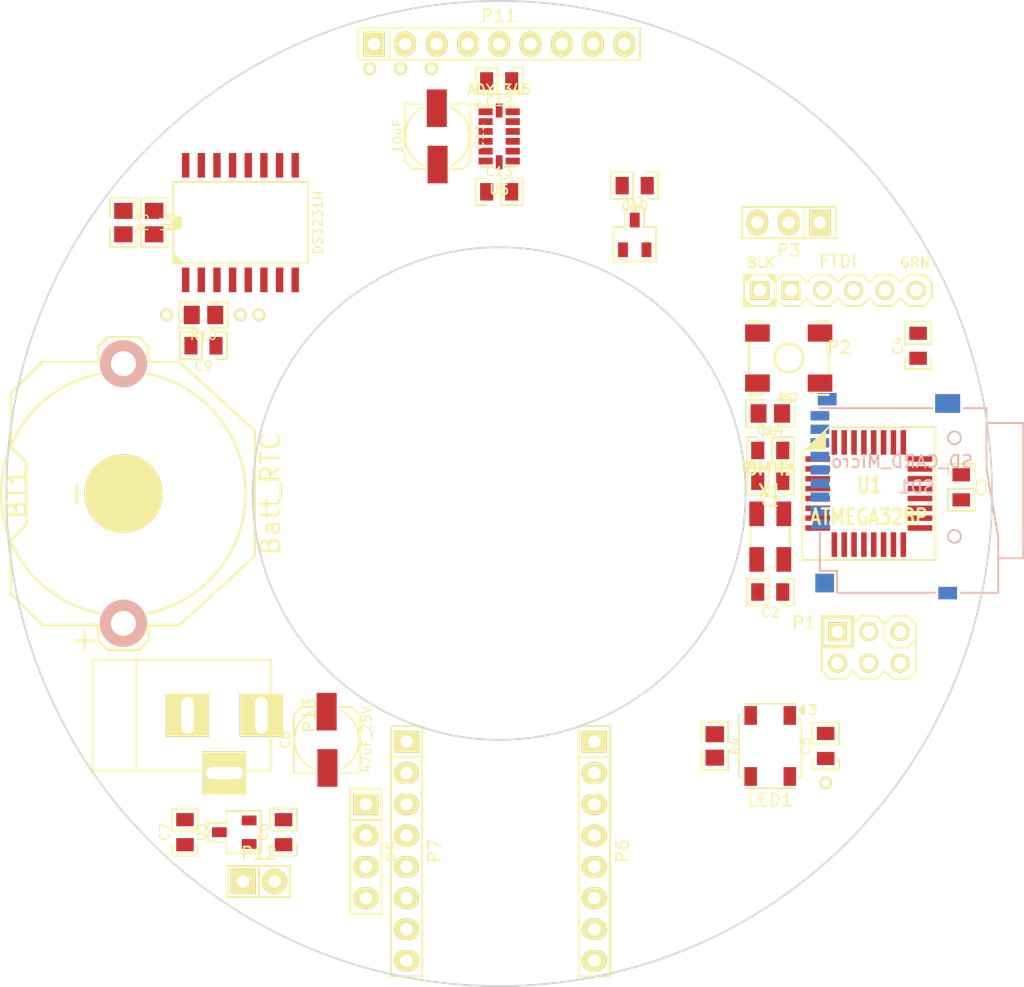
<source format=kicad_pcb>
(kicad_pcb (version 4) (host pcbnew 0.201506092252+5726~23~ubuntu14.10.1-product)

  (general
    (links 138)
    (no_connects 138)
    (area 13.494114 14.924999 97.812201 95.075001)
    (thickness 1.6)
    (drawings 2)
    (tracks 0)
    (zones 0)
    (modules 45)
    (nets 41)
  )

  (page A4)
  (layers
    (0 F.Cu signal)
    (31 B.Cu signal)
    (32 B.Adhes user)
    (33 F.Adhes user)
    (34 B.Paste user)
    (35 F.Paste user)
    (36 B.SilkS user)
    (37 F.SilkS user)
    (38 B.Mask user)
    (39 F.Mask user)
    (40 Dwgs.User user)
    (41 Cmts.User user)
    (42 Eco1.User user)
    (43 Eco2.User user)
    (44 Edge.Cuts user)
    (45 Margin user)
    (46 B.CrtYd user)
    (47 F.CrtYd user)
    (48 B.Fab user)
    (49 F.Fab user)
  )

  (setup
    (last_trace_width 0.25)
    (trace_clearance 0.2)
    (zone_clearance 0.508)
    (zone_45_only no)
    (trace_min 0.2)
    (segment_width 0.2)
    (edge_width 0.15)
    (via_size 0.6)
    (via_drill 0.4)
    (via_min_size 0.4)
    (via_min_drill 0.3)
    (uvia_size 0.3)
    (uvia_drill 0.1)
    (uvias_allowed no)
    (uvia_min_size 0.2)
    (uvia_min_drill 0.1)
    (pcb_text_width 0.3)
    (pcb_text_size 1.5 1.5)
    (mod_edge_width 0.15)
    (mod_text_size 1 1)
    (mod_text_width 0.15)
    (pad_size 1.524 1.524)
    (pad_drill 0.762)
    (pad_to_mask_clearance 0.2)
    (aux_axis_origin 0 0)
    (visible_elements FFFFF77F)
    (pcbplotparams
      (layerselection 0x00030_80000001)
      (usegerberextensions false)
      (excludeedgelayer true)
      (linewidth 0.150000)
      (plotframeref false)
      (viasonmask false)
      (mode 1)
      (useauxorigin false)
      (hpglpennumber 1)
      (hpglpenspeed 20)
      (hpglpendiameter 15)
      (hpglpenoverlay 2)
      (psnegative false)
      (psa4output false)
      (plotreference true)
      (plotvalue true)
      (plotinvisibletext false)
      (padsonsilk false)
      (subtractmaskfromsilk false)
      (outputformat 1)
      (mirror false)
      (drillshape 1)
      (scaleselection 1)
      (outputdirectory ""))
  )

  (net 0 "")
  (net 1 "Net-(B1-Pad1)")
  (net 2 /gearclock_rtc/SQW)
  (net 3 /gearclock_rtc/RST)
  (net 4 /gearclock_rtc/32k)
  (net 5 /gearclock_rtc/BAT)
  (net 6 GND)
  (net 7 /PB6)
  (net 8 /PB7)
  (net 9 +3.3V)
  (net 10 "Net-(C4-Pad1)")
  (net 11 /RESET)
  (net 12 /5V)
  (net 13 "Net-(LED1-Pad4)")
  (net 14 /SCK)
  (net 15 /MOSI)
  (net 16 /MISO)
  (net 17 /RXD)
  (net 18 /TXD)
  (net 19 /SW)
  (net 20 /B2)
  (net 21 /B1)
  (net 22 /A1)
  (net 23 /A2)
  (net 24 /EN)
  (net 25 /M0)
  (net 26 /M1)
  (net 27 /STP)
  (net 28 /DIR)
  (net 29 /3Vgps)
  (net 30 /GPS_EN)
  (net 31 /GPS_BAT)
  (net 32 /FIX)
  (net 33 /GPS_Tx)
  (net 34 /GPS_Rx)
  (net 35 /1pps)
  (net 36 /gearclock_rtc/SDA)
  (net 37 /gearclock_rtc/SCL)
  (net 38 /LED1)
  (net 39 /SS)
  (net 40 /Hall)

  (net_class Default "This is the default net class."
    (clearance 0.2)
    (trace_width 0.25)
    (via_dia 0.6)
    (via_drill 0.4)
    (uvia_dia 0.3)
    (uvia_drill 0.1)
    (add_net +3.3V)
    (add_net /1pps)
    (add_net /3Vgps)
    (add_net /5V)
    (add_net /A1)
    (add_net /A2)
    (add_net /B1)
    (add_net /B2)
    (add_net /DIR)
    (add_net /EN)
    (add_net /FIX)
    (add_net /GPS_BAT)
    (add_net /GPS_EN)
    (add_net /GPS_Rx)
    (add_net /GPS_Tx)
    (add_net /Hall)
    (add_net /LED1)
    (add_net /M0)
    (add_net /M1)
    (add_net /MISO)
    (add_net /MOSI)
    (add_net /PB6)
    (add_net /PB7)
    (add_net /RESET)
    (add_net /RXD)
    (add_net /SCK)
    (add_net /SS)
    (add_net /STP)
    (add_net /SW)
    (add_net /TXD)
    (add_net /gearclock_rtc/32k)
    (add_net /gearclock_rtc/BAT)
    (add_net /gearclock_rtc/RST)
    (add_net /gearclock_rtc/SCL)
    (add_net /gearclock_rtc/SDA)
    (add_net /gearclock_rtc/SQW)
    (add_net GND)
    (add_net "Net-(B1-Pad1)")
    (add_net "Net-(C4-Pad1)")
    (add_net "Net-(LED1-Pad4)")
  )

  (module gearclock_fp:IO (layer F.Cu) (tedit 557AB549) (tstamp 55842AC7)
    (at 81.5 78.5)
    (path /54ED61D2)
    (fp_text reference B1 (at 0 -0.508) (layer F.SilkS) hide
      (effects (font (size 0.254 0.254) (thickness 0.0254)))
    )
    (fp_text value IO (at 0 0.508) (layer F.SilkS) hide
      (effects (font (size 0.254 0.254) (thickness 0.0254)))
    )
    (pad 1 thru_hole circle (at 0 0) (size 1.016 1.016) (drill 0.635) (layers *.Cu *.Mask F.SilkS)
      (net 1 "Net-(B1-Pad1)"))
  )

  (module gearclock_fp:IO (layer F.Cu) (tedit 557AB549) (tstamp 55842ACC)
    (at 34 40.5)
    (path /4E1FEA4E/4E1FEBC6)
    (fp_text reference B2 (at 0 -0.508) (layer F.SilkS) hide
      (effects (font (size 0.254 0.254) (thickness 0.0254)))
    )
    (fp_text value IO (at 0 0.508) (layer F.SilkS) hide
      (effects (font (size 0.254 0.254) (thickness 0.0254)))
    )
    (pad 1 thru_hole circle (at 0 0) (size 1.016 1.016) (drill 0.635) (layers *.Cu *.Mask F.SilkS)
      (net 2 /gearclock_rtc/SQW))
  )

  (module gearclock_fp:IO (layer F.Cu) (tedit 557AB549) (tstamp 55842AD1)
    (at 35.5 40.5)
    (path /4E1FEA4E/4E1FEBCE)
    (fp_text reference B3 (at 0 -0.508) (layer F.SilkS) hide
      (effects (font (size 0.254 0.254) (thickness 0.0254)))
    )
    (fp_text value IO (at 0 0.508) (layer F.SilkS) hide
      (effects (font (size 0.254 0.254) (thickness 0.0254)))
    )
    (pad 1 thru_hole circle (at 0 0) (size 1.016 1.016) (drill 0.635) (layers *.Cu *.Mask F.SilkS)
      (net 3 /gearclock_rtc/RST))
  )

  (module gearclock_fp:IO (layer F.Cu) (tedit 557AB549) (tstamp 55842AD6)
    (at 28 40.5)
    (path /4E1FEA4E/4E1FEBD4)
    (fp_text reference B4 (at 0 -0.508) (layer F.SilkS) hide
      (effects (font (size 0.254 0.254) (thickness 0.0254)))
    )
    (fp_text value IO (at 0 0.508) (layer F.SilkS) hide
      (effects (font (size 0.254 0.254) (thickness 0.0254)))
    )
    (pad 1 thru_hole circle (at 0 0) (size 1.016 1.016) (drill 0.635) (layers *.Cu *.Mask F.SilkS)
      (net 4 /gearclock_rtc/32k))
  )

  (module gearclock_fp:CR2032 (layer F.Cu) (tedit 4D1202D5) (tstamp 55842ADD)
    (at 24.5 55 90)
    (descr CR2032)
    (path /4E1FEA4E/535D65B7)
    (attr smd)
    (fp_text reference BT1 (at 0 -8.636 90) (layer F.SilkS)
      (effects (font (thickness 0.2032)))
    )
    (fp_text value Batt_RTC (at 0 11.938 90) (layer F.SilkS)
      (effects (font (thickness 0.2032)))
    )
    (fp_line (start 10.668 -2.032) (end 11.938 -2.032) (layer F.SilkS) (width 0.1905))
    (fp_line (start 11.938 -2.032) (end 12.7 -1.27) (layer F.SilkS) (width 0.1905))
    (fp_line (start 12.7 -1.27) (end 12.7 1.27) (layer F.SilkS) (width 0.1905))
    (fp_line (start 12.7 1.27) (end 11.938 2.032) (layer F.SilkS) (width 0.1905))
    (fp_line (start 11.938 2.032) (end 10.668 2.032) (layer F.SilkS) (width 0.1905))
    (fp_line (start -10.668 2.032) (end -11.938 2.032) (layer F.SilkS) (width 0.1905))
    (fp_line (start -11.938 2.032) (end -12.7 1.27) (layer F.SilkS) (width 0.1905))
    (fp_line (start -12.7 1.27) (end -12.7 -1.27) (layer F.SilkS) (width 0.1905))
    (fp_line (start -12.7 -1.27) (end -11.938 -2.032) (layer F.SilkS) (width 0.1905))
    (fp_line (start -11.938 -2.032) (end -10.668 -2.032) (layer F.SilkS) (width 0.1905))
    (fp_line (start 10.668 -2.286) (end 10.668 -2.032) (layer F.SilkS) (width 0.1905))
    (fp_line (start 10.668 2.032) (end 10.668 2.286) (layer F.SilkS) (width 0.1905))
    (fp_line (start -10.668 2.286) (end -10.668 2.032) (layer F.SilkS) (width 0.1905))
    (fp_line (start -10.668 -2.032) (end -10.668 -2.286) (layer F.SilkS) (width 0.1905))
    (fp_line (start 0 -7.874) (end 2.54 -7.874) (layer F.SilkS) (width 0.1905))
    (fp_line (start 2.54 -7.874) (end 3.81 -9.144) (layer F.SilkS) (width 0.1905))
    (fp_line (start 3.81 -9.144) (end 8.128 -9.144) (layer F.SilkS) (width 0.1905))
    (fp_line (start 8.128 -9.144) (end 10.668 -6.604) (layer F.SilkS) (width 0.1905))
    (fp_line (start 10.668 -6.604) (end 10.668 -2.286) (layer F.SilkS) (width 0.1905))
    (fp_line (start -8.128 -9.144) (end -3.81 -9.144) (layer F.SilkS) (width 0.1905))
    (fp_line (start -10.668 -6.604) (end -10.668 -2.286) (layer F.SilkS) (width 0.1905))
    (fp_line (start -8.128 -9.144) (end -10.668 -6.604) (layer F.SilkS) (width 0.1905))
    (fp_line (start 0 -7.874) (end -2.54 -7.874) (layer F.SilkS) (width 0.1905))
    (fp_line (start -2.54 -7.874) (end -3.81 -9.144) (layer F.SilkS) (width 0.1905))
    (fp_line (start 10.668 4.572) (end 5.08 10.668) (layer F.SilkS) (width 0.1905))
    (fp_line (start 10.668 4.572) (end 10.668 2.286) (layer F.SilkS) (width 0.1905))
    (fp_line (start -5.08 10.668) (end -10.668 4.572) (layer F.SilkS) (width 0.1905))
    (fp_line (start -10.668 4.572) (end -10.668 2.286) (layer F.SilkS) (width 0.1905))
    (fp_line (start 0 10.668) (end 5.08 10.668) (layer F.SilkS) (width 0.1905))
    (fp_line (start 0 10.668) (end -5.08 10.668) (layer F.SilkS) (width 0.1905))
    (fp_circle (center 0 0) (end 9.906 -0.508) (layer F.SilkS) (width 0.1905))
    (fp_text user - (at 0 -3.937 90) (layer F.SilkS)
      (effects (font (size 2.032 2.032) (thickness 0.2032)))
    )
    (fp_text user + (at -11.938 -3.302 90) (layer F.SilkS)
      (effects (font (size 2.032 2.032) (thickness 0.2032)))
    )
    (pad + thru_hole circle (at -10.541 0 90) (size 3.81 3.81) (drill 2.032) (layers B.Cu B.Adhes B.Paste B.SilkS B.Mask)
      (net 5 /gearclock_rtc/BAT))
    (pad + thru_hole circle (at 10.541 0 90) (size 3.81 3.81) (drill 2.032) (layers B.Cu B.Adhes B.Paste B.SilkS B.Mask)
      (net 5 /gearclock_rtc/BAT))
    (pad - smd circle (at 0 0 90) (size 6.35 6.35) (layers F.Cu F.Adhes F.Paste F.SilkS F.Mask)
      (net 6 GND))
    (model libs/3D_Modules/batt-02.wrl
      (at (xyz 0 0 0))
      (scale (xyz 1 1 1))
      (rotate (xyz 0 0 0))
    )
  )

  (module gearclock_fp:c_0805 (layer F.Cu) (tedit 4F42056D) (tstamp 55842AE3)
    (at 77 54 180)
    (descr "SMT capacitor, 0805")
    (path /4EC128EB)
    (attr smd)
    (fp_text reference C1 (at 0 -1.651 180) (layer F.SilkS)
      (effects (font (size 0.762 0.762) (thickness 0.1016)))
    )
    (fp_text value 22p (at 0 1.7145 180) (layer F.SilkS) hide
      (effects (font (size 0.762 0.762) (thickness 0.1016)))
    )
    (fp_line (start 1.905 1.0795) (end 0.127 1.0795) (layer F.SilkS) (width 0.1524))
    (fp_line (start 1.905 -1.0795) (end 0.127 -1.0795) (layer F.SilkS) (width 0.1524))
    (fp_line (start -1.016 1.0795) (end -1.905 1.0795) (layer F.SilkS) (width 0.1524))
    (fp_line (start -1.905 -1.0795) (end -1.016 -1.0795) (layer F.SilkS) (width 0.1524))
    (fp_line (start 0.127 -1.0795) (end 0.127 1.0795) (layer F.SilkS) (width 0.1524))
    (fp_line (start 1.905 -1.0795) (end 1.905 1.0795) (layer F.SilkS) (width 0.1524))
    (fp_line (start -1.905 -1.0795) (end -1.905 1.0795) (layer F.SilkS) (width 0.1524))
    (pad 1 smd rect (at 1.016 0 180) (size 1.0668 1.4224) (layers F.Cu F.Paste F.Mask)
      (net 7 /PB6))
    (pad 2 smd rect (at -1.016 0 180) (size 1.0668 1.4224) (layers F.Cu F.Paste F.Mask)
      (net 6 GND))
    (model libs/3D_Modules/c_0805.wrl
      (at (xyz 0 0 0))
      (scale (xyz 1 1 1))
      (rotate (xyz 0 0 0))
    )
  )

  (module gearclock_fp:c_0805 (layer F.Cu) (tedit 4F42056D) (tstamp 55842AE9)
    (at 77 63 180)
    (descr "SMT capacitor, 0805")
    (path /4EC1290E)
    (attr smd)
    (fp_text reference C2 (at 0 -1.651 180) (layer F.SilkS)
      (effects (font (size 0.762 0.762) (thickness 0.1016)))
    )
    (fp_text value 22p (at 0 1.7145 180) (layer F.SilkS) hide
      (effects (font (size 0.762 0.762) (thickness 0.1016)))
    )
    (fp_line (start 1.905 1.0795) (end 0.127 1.0795) (layer F.SilkS) (width 0.1524))
    (fp_line (start 1.905 -1.0795) (end 0.127 -1.0795) (layer F.SilkS) (width 0.1524))
    (fp_line (start -1.016 1.0795) (end -1.905 1.0795) (layer F.SilkS) (width 0.1524))
    (fp_line (start -1.905 -1.0795) (end -1.016 -1.0795) (layer F.SilkS) (width 0.1524))
    (fp_line (start 0.127 -1.0795) (end 0.127 1.0795) (layer F.SilkS) (width 0.1524))
    (fp_line (start 1.905 -1.0795) (end 1.905 1.0795) (layer F.SilkS) (width 0.1524))
    (fp_line (start -1.905 -1.0795) (end -1.905 1.0795) (layer F.SilkS) (width 0.1524))
    (pad 1 smd rect (at 1.016 0 180) (size 1.0668 1.4224) (layers F.Cu F.Paste F.Mask)
      (net 6 GND))
    (pad 2 smd rect (at -1.016 0 180) (size 1.0668 1.4224) (layers F.Cu F.Paste F.Mask)
      (net 8 /PB7))
    (model libs/3D_Modules/c_0805.wrl
      (at (xyz 0 0 0))
      (scale (xyz 1 1 1))
      (rotate (xyz 0 0 0))
    )
  )

  (module gearclock_fp:c_0805 (layer F.Cu) (tedit 4F42056D) (tstamp 55842AEF)
    (at 92.5 54.5 270)
    (descr "SMT capacitor, 0805")
    (path /4DCA7BAC)
    (attr smd)
    (fp_text reference C3 (at 0 -1.651 270) (layer F.SilkS)
      (effects (font (size 0.762 0.762) (thickness 0.1016)))
    )
    (fp_text value 100n (at 0 1.7145 270) (layer F.SilkS) hide
      (effects (font (size 0.762 0.762) (thickness 0.1016)))
    )
    (fp_line (start 1.905 1.0795) (end 0.127 1.0795) (layer F.SilkS) (width 0.1524))
    (fp_line (start 1.905 -1.0795) (end 0.127 -1.0795) (layer F.SilkS) (width 0.1524))
    (fp_line (start -1.016 1.0795) (end -1.905 1.0795) (layer F.SilkS) (width 0.1524))
    (fp_line (start -1.905 -1.0795) (end -1.016 -1.0795) (layer F.SilkS) (width 0.1524))
    (fp_line (start 0.127 -1.0795) (end 0.127 1.0795) (layer F.SilkS) (width 0.1524))
    (fp_line (start 1.905 -1.0795) (end 1.905 1.0795) (layer F.SilkS) (width 0.1524))
    (fp_line (start -1.905 -1.0795) (end -1.905 1.0795) (layer F.SilkS) (width 0.1524))
    (pad 1 smd rect (at 1.016 0 270) (size 1.0668 1.4224) (layers F.Cu F.Paste F.Mask)
      (net 9 +3.3V))
    (pad 2 smd rect (at -1.016 0 270) (size 1.0668 1.4224) (layers F.Cu F.Paste F.Mask)
      (net 6 GND))
    (model libs/3D_Modules/c_0805.wrl
      (at (xyz 0 0 0))
      (scale (xyz 1 1 1))
      (rotate (xyz 0 0 0))
    )
  )

  (module gearclock_fp:c_0805 (layer F.Cu) (tedit 4F42056D) (tstamp 55842AF5)
    (at 89 43 90)
    (descr "SMT capacitor, 0805")
    (path /4DCB9774)
    (attr smd)
    (fp_text reference C4 (at 0 -1.651 90) (layer F.SilkS)
      (effects (font (size 0.762 0.762) (thickness 0.1016)))
    )
    (fp_text value 100n (at 0 1.7145 90) (layer F.SilkS) hide
      (effects (font (size 0.762 0.762) (thickness 0.1016)))
    )
    (fp_line (start 1.905 1.0795) (end 0.127 1.0795) (layer F.SilkS) (width 0.1524))
    (fp_line (start 1.905 -1.0795) (end 0.127 -1.0795) (layer F.SilkS) (width 0.1524))
    (fp_line (start -1.016 1.0795) (end -1.905 1.0795) (layer F.SilkS) (width 0.1524))
    (fp_line (start -1.905 -1.0795) (end -1.016 -1.0795) (layer F.SilkS) (width 0.1524))
    (fp_line (start 0.127 -1.0795) (end 0.127 1.0795) (layer F.SilkS) (width 0.1524))
    (fp_line (start 1.905 -1.0795) (end 1.905 1.0795) (layer F.SilkS) (width 0.1524))
    (fp_line (start -1.905 -1.0795) (end -1.905 1.0795) (layer F.SilkS) (width 0.1524))
    (pad 1 smd rect (at 1.016 0 90) (size 1.0668 1.4224) (layers F.Cu F.Paste F.Mask)
      (net 10 "Net-(C4-Pad1)"))
    (pad 2 smd rect (at -1.016 0 90) (size 1.0668 1.4224) (layers F.Cu F.Paste F.Mask)
      (net 11 /RESET))
    (model libs/3D_Modules/c_0805.wrl
      (at (xyz 0 0 0))
      (scale (xyz 1 1 1))
      (rotate (xyz 0 0 0))
    )
  )

  (module gearclock_fp:c_0805 (layer F.Cu) (tedit 4F42056D) (tstamp 55842AFB)
    (at 81.5 75.5 90)
    (descr "SMT capacitor, 0805")
    (path /54ECC15D)
    (attr smd)
    (fp_text reference C5 (at 0 -1.651 90) (layer F.SilkS)
      (effects (font (size 0.762 0.762) (thickness 0.1016)))
    )
    (fp_text value 100n (at 0 1.7145 90) (layer F.SilkS) hide
      (effects (font (size 0.762 0.762) (thickness 0.1016)))
    )
    (fp_line (start 1.905 1.0795) (end 0.127 1.0795) (layer F.SilkS) (width 0.1524))
    (fp_line (start 1.905 -1.0795) (end 0.127 -1.0795) (layer F.SilkS) (width 0.1524))
    (fp_line (start -1.016 1.0795) (end -1.905 1.0795) (layer F.SilkS) (width 0.1524))
    (fp_line (start -1.905 -1.0795) (end -1.016 -1.0795) (layer F.SilkS) (width 0.1524))
    (fp_line (start 0.127 -1.0795) (end 0.127 1.0795) (layer F.SilkS) (width 0.1524))
    (fp_line (start 1.905 -1.0795) (end 1.905 1.0795) (layer F.SilkS) (width 0.1524))
    (fp_line (start -1.905 -1.0795) (end -1.905 1.0795) (layer F.SilkS) (width 0.1524))
    (pad 1 smd rect (at 1.016 0 90) (size 1.0668 1.4224) (layers F.Cu F.Paste F.Mask)
      (net 12 /5V))
    (pad 2 smd rect (at -1.016 0 90) (size 1.0668 1.4224) (layers F.Cu F.Paste F.Mask)
      (net 6 GND))
    (model libs/3D_Modules/c_0805.wrl
      (at (xyz 0 0 0))
      (scale (xyz 1 1 1))
      (rotate (xyz 0 0 0))
    )
  )

  (module gearclock_fp:c_0805 (layer F.Cu) (tedit 4F42056D) (tstamp 55842B01)
    (at 37.5 82.5 90)
    (descr "SMT capacitor, 0805")
    (path /4E1ECFB8)
    (attr smd)
    (fp_text reference C6 (at 0 -1.651 90) (layer F.SilkS)
      (effects (font (size 0.762 0.762) (thickness 0.1016)))
    )
    (fp_text value 1u (at 0 1.7145 90) (layer F.SilkS) hide
      (effects (font (size 0.762 0.762) (thickness 0.1016)))
    )
    (fp_line (start 1.905 1.0795) (end 0.127 1.0795) (layer F.SilkS) (width 0.1524))
    (fp_line (start 1.905 -1.0795) (end 0.127 -1.0795) (layer F.SilkS) (width 0.1524))
    (fp_line (start -1.016 1.0795) (end -1.905 1.0795) (layer F.SilkS) (width 0.1524))
    (fp_line (start -1.905 -1.0795) (end -1.016 -1.0795) (layer F.SilkS) (width 0.1524))
    (fp_line (start 0.127 -1.0795) (end 0.127 1.0795) (layer F.SilkS) (width 0.1524))
    (fp_line (start 1.905 -1.0795) (end 1.905 1.0795) (layer F.SilkS) (width 0.1524))
    (fp_line (start -1.905 -1.0795) (end -1.905 1.0795) (layer F.SilkS) (width 0.1524))
    (pad 1 smd rect (at 1.016 0 90) (size 1.0668 1.4224) (layers F.Cu F.Paste F.Mask)
      (net 9 +3.3V))
    (pad 2 smd rect (at -1.016 0 90) (size 1.0668 1.4224) (layers F.Cu F.Paste F.Mask)
      (net 6 GND))
    (model libs/3D_Modules/c_0805.wrl
      (at (xyz 0 0 0))
      (scale (xyz 1 1 1))
      (rotate (xyz 0 0 0))
    )
  )

  (module gearclock_fp:c_0805 (layer F.Cu) (tedit 4F42056D) (tstamp 55842B07)
    (at 29.5 82.5 90)
    (descr "SMT capacitor, 0805")
    (path /4DCA5F1E)
    (attr smd)
    (fp_text reference C7 (at 0 -1.651 90) (layer F.SilkS)
      (effects (font (size 0.762 0.762) (thickness 0.1016)))
    )
    (fp_text value 1u (at 0 1.7145 90) (layer F.SilkS) hide
      (effects (font (size 0.762 0.762) (thickness 0.1016)))
    )
    (fp_line (start 1.905 1.0795) (end 0.127 1.0795) (layer F.SilkS) (width 0.1524))
    (fp_line (start 1.905 -1.0795) (end 0.127 -1.0795) (layer F.SilkS) (width 0.1524))
    (fp_line (start -1.016 1.0795) (end -1.905 1.0795) (layer F.SilkS) (width 0.1524))
    (fp_line (start -1.905 -1.0795) (end -1.016 -1.0795) (layer F.SilkS) (width 0.1524))
    (fp_line (start 0.127 -1.0795) (end 0.127 1.0795) (layer F.SilkS) (width 0.1524))
    (fp_line (start 1.905 -1.0795) (end 1.905 1.0795) (layer F.SilkS) (width 0.1524))
    (fp_line (start -1.905 -1.0795) (end -1.905 1.0795) (layer F.SilkS) (width 0.1524))
    (pad 1 smd rect (at 1.016 0 90) (size 1.0668 1.4224) (layers F.Cu F.Paste F.Mask)
      (net 12 /5V))
    (pad 2 smd rect (at -1.016 0 90) (size 1.0668 1.4224) (layers F.Cu F.Paste F.Mask)
      (net 6 GND))
    (model libs/3D_Modules/c_0805.wrl
      (at (xyz 0 0 0))
      (scale (xyz 1 1 1))
      (rotate (xyz 0 0 0))
    )
  )

  (module gearclock_fp:C_ELCO_SMD (layer F.Cu) (tedit 4F42059E) (tstamp 55842B0D)
    (at 41 75 180)
    (path /536B66B9)
    (attr smd)
    (fp_text reference C8 (at 3.3655 0 270) (layer F.SilkS)
      (effects (font (size 0.762 0.762) (thickness 0.1016)))
    )
    (fp_text value 47uF_25V (at -3.2385 0 270) (layer F.SilkS)
      (effects (font (size 0.762 0.762) (thickness 0.1016)))
    )
    (fp_arc (start 0 0) (end -1.2065 2.3495) (angle 90) (layer F.SilkS) (width 0.1524))
    (fp_arc (start 0 0) (end -2.3495 1.2065) (angle 90) (layer F.SilkS) (width 0.1524))
    (fp_line (start -2.667 2.032) (end -2.667 -2.667) (layer F.SilkS) (width 0.1524))
    (fp_arc (start 0 0) (end 2.3495 -1.143) (angle 90) (layer F.SilkS) (width 0.1524))
    (fp_arc (start 0.0635 0) (end 1.0795 -2.3495) (angle 90) (layer F.SilkS) (width 0.1524))
    (fp_line (start 2.667 -2.667) (end 1.016 -2.667) (layer F.SilkS) (width 0.1524))
    (fp_line (start -2.667 -2.667) (end -1.143 -2.667) (layer F.SilkS) (width 0.1524))
    (fp_line (start -2.032 2.667) (end -1.0795 2.667) (layer F.SilkS) (width 0.1524))
    (fp_line (start 2.032 2.667) (end 1.0795 2.667) (layer F.SilkS) (width 0.1524))
    (fp_line (start 2.032 2.667) (end 2.667 2.032) (layer F.SilkS) (width 0.1524))
    (fp_line (start 2.667 2.032) (end 2.667 0) (layer F.SilkS) (width 0.1524))
    (fp_line (start -2.032 2.667) (end -2.667 2.032) (layer F.SilkS) (width 0.1524))
    (fp_line (start 2.667 -2.667) (end 2.667 0) (layer F.SilkS) (width 0.1524))
    (pad 1 smd rect (at 0 2.286 180) (size 1.6256 3.048) (layers F.Cu F.Paste F.Mask)
      (net 12 /5V))
    (pad 2 smd rect (at -0.0635 -2.286 180) (size 1.6256 3.048) (layers F.Cu F.Paste F.Mask)
      (net 6 GND))
    (model libs/3D_Modules/c_elec_5x5_3.wrl
      (at (xyz 0 0 0))
      (scale (xyz 1 1 1))
      (rotate (xyz 0 0 90))
    )
  )

  (module gearclock_fp:c_0805 (layer F.Cu) (tedit 4F42056D) (tstamp 55842B13)
    (at 31 43 180)
    (descr "SMT capacitor, 0805")
    (path /4E1FEA4E/4E1FEA7E)
    (attr smd)
    (fp_text reference C9 (at 0 -1.651 180) (layer F.SilkS)
      (effects (font (size 0.762 0.762) (thickness 0.1016)))
    )
    (fp_text value 100n (at 0 1.7145 180) (layer F.SilkS) hide
      (effects (font (size 0.762 0.762) (thickness 0.1016)))
    )
    (fp_line (start 1.905 1.0795) (end 0.127 1.0795) (layer F.SilkS) (width 0.1524))
    (fp_line (start 1.905 -1.0795) (end 0.127 -1.0795) (layer F.SilkS) (width 0.1524))
    (fp_line (start -1.016 1.0795) (end -1.905 1.0795) (layer F.SilkS) (width 0.1524))
    (fp_line (start -1.905 -1.0795) (end -1.016 -1.0795) (layer F.SilkS) (width 0.1524))
    (fp_line (start 0.127 -1.0795) (end 0.127 1.0795) (layer F.SilkS) (width 0.1524))
    (fp_line (start 1.905 -1.0795) (end 1.905 1.0795) (layer F.SilkS) (width 0.1524))
    (fp_line (start -1.905 -1.0795) (end -1.905 1.0795) (layer F.SilkS) (width 0.1524))
    (pad 1 smd rect (at 1.016 0 180) (size 1.0668 1.4224) (layers F.Cu F.Paste F.Mask)
      (net 5 /gearclock_rtc/BAT))
    (pad 2 smd rect (at -1.016 0 180) (size 1.0668 1.4224) (layers F.Cu F.Paste F.Mask)
      (net 6 GND))
    (model libs/3D_Modules/c_0805.wrl
      (at (xyz 0 0 0))
      (scale (xyz 1 1 1))
      (rotate (xyz 0 0 0))
    )
  )

  (module gearclock_fp:c_0805 (layer F.Cu) (tedit 4F42056D) (tstamp 55842B19)
    (at 66 30 180)
    (descr "SMT capacitor, 0805")
    (path /5576F5A0)
    (attr smd)
    (fp_text reference C10 (at 0 -1.651 180) (layer F.SilkS)
      (effects (font (size 0.762 0.762) (thickness 0.1016)))
    )
    (fp_text value 100n (at 0 1.7145 180) (layer F.SilkS) hide
      (effects (font (size 0.762 0.762) (thickness 0.1016)))
    )
    (fp_line (start 1.905 1.0795) (end 0.127 1.0795) (layer F.SilkS) (width 0.1524))
    (fp_line (start 1.905 -1.0795) (end 0.127 -1.0795) (layer F.SilkS) (width 0.1524))
    (fp_line (start -1.016 1.0795) (end -1.905 1.0795) (layer F.SilkS) (width 0.1524))
    (fp_line (start -1.905 -1.0795) (end -1.016 -1.0795) (layer F.SilkS) (width 0.1524))
    (fp_line (start 0.127 -1.0795) (end 0.127 1.0795) (layer F.SilkS) (width 0.1524))
    (fp_line (start 1.905 -1.0795) (end 1.905 1.0795) (layer F.SilkS) (width 0.1524))
    (fp_line (start -1.905 -1.0795) (end -1.905 1.0795) (layer F.SilkS) (width 0.1524))
    (pad 1 smd rect (at 1.016 0 180) (size 1.0668 1.4224) (layers F.Cu F.Paste F.Mask)
      (net 9 +3.3V))
    (pad 2 smd rect (at -1.016 0 180) (size 1.0668 1.4224) (layers F.Cu F.Paste F.Mask)
      (net 6 GND))
    (model libs/3D_Modules/c_0805.wrl
      (at (xyz 0 0 0))
      (scale (xyz 1 1 1))
      (rotate (xyz 0 0 0))
    )
  )

  (module gearclock_fp:C_ELCO_SMD (layer F.Cu) (tedit 4F42059E) (tstamp 55842B1F)
    (at 50 26)
    (path /5579752F)
    (attr smd)
    (fp_text reference C11 (at 3.3655 0 90) (layer F.SilkS)
      (effects (font (size 0.762 0.762) (thickness 0.1016)))
    )
    (fp_text value 10uF (at -3.2385 0 90) (layer F.SilkS)
      (effects (font (size 0.762 0.762) (thickness 0.1016)))
    )
    (fp_arc (start 0 0) (end -1.2065 2.3495) (angle 90) (layer F.SilkS) (width 0.1524))
    (fp_arc (start 0 0) (end -2.3495 1.2065) (angle 90) (layer F.SilkS) (width 0.1524))
    (fp_line (start -2.667 2.032) (end -2.667 -2.667) (layer F.SilkS) (width 0.1524))
    (fp_arc (start 0 0) (end 2.3495 -1.143) (angle 90) (layer F.SilkS) (width 0.1524))
    (fp_arc (start 0.0635 0) (end 1.0795 -2.3495) (angle 90) (layer F.SilkS) (width 0.1524))
    (fp_line (start 2.667 -2.667) (end 1.016 -2.667) (layer F.SilkS) (width 0.1524))
    (fp_line (start -2.667 -2.667) (end -1.143 -2.667) (layer F.SilkS) (width 0.1524))
    (fp_line (start -2.032 2.667) (end -1.0795 2.667) (layer F.SilkS) (width 0.1524))
    (fp_line (start 2.032 2.667) (end 1.0795 2.667) (layer F.SilkS) (width 0.1524))
    (fp_line (start 2.032 2.667) (end 2.667 2.032) (layer F.SilkS) (width 0.1524))
    (fp_line (start 2.667 2.032) (end 2.667 0) (layer F.SilkS) (width 0.1524))
    (fp_line (start -2.032 2.667) (end -2.667 2.032) (layer F.SilkS) (width 0.1524))
    (fp_line (start 2.667 -2.667) (end 2.667 0) (layer F.SilkS) (width 0.1524))
    (pad 1 smd rect (at 0 2.286) (size 1.6256 3.048) (layers F.Cu F.Paste F.Mask)
      (net 9 +3.3V))
    (pad 2 smd rect (at -0.0635 -2.286) (size 1.6256 3.048) (layers F.Cu F.Paste F.Mask)
      (net 6 GND))
    (model libs/3D_Modules/c_elec_5x5_3.wrl
      (at (xyz 0 0 0))
      (scale (xyz 1 1 1))
      (rotate (xyz 0 0 90))
    )
  )

  (module gearclock_fp:c_0805 (layer F.Cu) (tedit 4F42056D) (tstamp 55842B25)
    (at 55 21.5 180)
    (descr "SMT capacitor, 0805")
    (path /55797511)
    (attr smd)
    (fp_text reference C12 (at 0 -1.651 180) (layer F.SilkS)
      (effects (font (size 0.762 0.762) (thickness 0.1016)))
    )
    (fp_text value 100nF (at 0 1.7145 180) (layer F.SilkS) hide
      (effects (font (size 0.762 0.762) (thickness 0.1016)))
    )
    (fp_line (start 1.905 1.0795) (end 0.127 1.0795) (layer F.SilkS) (width 0.1524))
    (fp_line (start 1.905 -1.0795) (end 0.127 -1.0795) (layer F.SilkS) (width 0.1524))
    (fp_line (start -1.016 1.0795) (end -1.905 1.0795) (layer F.SilkS) (width 0.1524))
    (fp_line (start -1.905 -1.0795) (end -1.016 -1.0795) (layer F.SilkS) (width 0.1524))
    (fp_line (start 0.127 -1.0795) (end 0.127 1.0795) (layer F.SilkS) (width 0.1524))
    (fp_line (start 1.905 -1.0795) (end 1.905 1.0795) (layer F.SilkS) (width 0.1524))
    (fp_line (start -1.905 -1.0795) (end -1.905 1.0795) (layer F.SilkS) (width 0.1524))
    (pad 1 smd rect (at 1.016 0 180) (size 1.0668 1.4224) (layers F.Cu F.Paste F.Mask)
      (net 9 +3.3V))
    (pad 2 smd rect (at -1.016 0 180) (size 1.0668 1.4224) (layers F.Cu F.Paste F.Mask)
      (net 6 GND))
    (model libs/3D_Modules/c_0805.wrl
      (at (xyz 0 0 0))
      (scale (xyz 1 1 1))
      (rotate (xyz 0 0 0))
    )
  )

  (module gearclock_fp:c_0805 (layer F.Cu) (tedit 4F42056D) (tstamp 55842B2B)
    (at 55 30.5)
    (descr "SMT capacitor, 0805")
    (path /55797520)
    (attr smd)
    (fp_text reference C13 (at 0 -1.651) (layer F.SilkS)
      (effects (font (size 0.762 0.762) (thickness 0.1016)))
    )
    (fp_text value 100nF (at 0 1.7145) (layer F.SilkS) hide
      (effects (font (size 0.762 0.762) (thickness 0.1016)))
    )
    (fp_line (start 1.905 1.0795) (end 0.127 1.0795) (layer F.SilkS) (width 0.1524))
    (fp_line (start 1.905 -1.0795) (end 0.127 -1.0795) (layer F.SilkS) (width 0.1524))
    (fp_line (start -1.016 1.0795) (end -1.905 1.0795) (layer F.SilkS) (width 0.1524))
    (fp_line (start -1.905 -1.0795) (end -1.016 -1.0795) (layer F.SilkS) (width 0.1524))
    (fp_line (start 0.127 -1.0795) (end 0.127 1.0795) (layer F.SilkS) (width 0.1524))
    (fp_line (start 1.905 -1.0795) (end 1.905 1.0795) (layer F.SilkS) (width 0.1524))
    (fp_line (start -1.905 -1.0795) (end -1.905 1.0795) (layer F.SilkS) (width 0.1524))
    (pad 1 smd rect (at 1.016 0) (size 1.0668 1.4224) (layers F.Cu F.Paste F.Mask)
      (net 9 +3.3V))
    (pad 2 smd rect (at -1.016 0) (size 1.0668 1.4224) (layers F.Cu F.Paste F.Mask)
      (net 6 GND))
    (model libs/3D_Modules/c_0805.wrl
      (at (xyz 0 0 0))
      (scale (xyz 1 1 1))
      (rotate (xyz 0 0 0))
    )
  )

  (module gearclock_fp:RGB_WS2811B (layer F.Cu) (tedit 543771B0) (tstamp 55842B33)
    (at 77 75.5)
    (path /54ECC16E)
    (fp_text reference LED1 (at 0 4.4) (layer F.SilkS)
      (effects (font (size 1 1) (thickness 0.15)))
    )
    (fp_text value WS2812B (at 0 0 180) (layer F.SilkS) hide
      (effects (font (size 1 1) (thickness 0.15)))
    )
    (fp_line (start 2.3495 -2.8575) (end 2.3495 -2.9845) (layer F.SilkS) (width 0.127))
    (fp_line (start 2.4765 -2.794) (end 2.4765 -3.048) (layer F.SilkS) (width 0.127))
    (fp_line (start 2.6035 -2.667) (end 2.6035 -3.175) (layer F.SilkS) (width 0.127))
    (fp_line (start 2.286 -2.921) (end 2.7305 -3.3655) (layer F.SilkS) (width 0.127))
    (fp_line (start 2.7305 -3.3655) (end 2.7305 -2.4765) (layer F.SilkS) (width 0.127))
    (fp_line (start 2.7305 -2.4765) (end 2.286 -2.921) (layer F.SilkS) (width 0.127))
    (fp_line (start 2.54 -2.032) (end 2.286 -2.286) (layer F.SilkS) (width 0.127))
    (fp_line (start 2.032 3.429) (end -2.032 3.429) (layer F.SilkS) (width 0.127))
    (fp_line (start 2.032 -3.429) (end -2.032 -3.429) (layer F.SilkS) (width 0.127))
    (fp_line (start -2.54 -2.54) (end -2.286 -2.54) (layer F.SilkS) (width 0.127))
    (fp_line (start 2.54 2.54) (end 2.286 2.54) (layer F.SilkS) (width 0.127))
    (fp_line (start -2.54 2.54) (end -2.286 2.54) (layer F.SilkS) (width 0.127))
    (fp_line (start 2.54 -2.032) (end 2.54 0) (layer F.SilkS) (width 0.127))
    (fp_line (start 2.54 0) (end 2.54 2.54) (layer F.SilkS) (width 0.127))
    (fp_line (start -2.54 2.54) (end -2.54 0) (layer F.SilkS) (width 0.127))
    (fp_line (start -2.54 0) (end -2.54 -2.54) (layer F.SilkS) (width 0.127))
    (fp_text user 3 (at 3.45 -2.9 180) (layer F.SilkS)
      (effects (font (size 0.762 0.762) (thickness 0.1524)))
    )
    (pad 3 smd rect (at 1.5875 -2.4765 180) (size 1.016 1.524) (layers F.Cu F.Paste F.Mask)
      (net 12 /5V))
    (pad 4 smd rect (at -1.5875 -2.4765 180) (size 1.016 1.524) (layers F.Cu F.Paste F.Mask)
      (net 13 "Net-(LED1-Pad4)"))
    (pad 1 smd rect (at -1.5875 2.4765 180) (size 1.016 1.524) (layers F.Cu F.Paste F.Mask)
      (net 6 GND))
    (pad 2 smd rect (at 1.5875 2.4765 180) (size 1.016 1.524) (layers F.Cu F.Paste F.Mask)
      (net 1 "Net-(B1-Pad1)"))
    (model /home/anool/projects-git/ClockFOUR/KiCad/3d_modules/cree_ml-e.wrl
      (at (xyz 0 0 0))
      (scale (xyz 1.4 1.4 1.4))
      (rotate (xyz 0 0 90))
    )
  )

  (module gearclock_fp:Header_ISP (layer F.Cu) (tedit 5436600B) (tstamp 55842B3D)
    (at 85 67.5)
    (descr "Connecteur 6 pins")
    (tags "CONN DEV")
    (path /55799A6C)
    (attr smd)
    (fp_text reference P1 (at -5.25 -2) (layer F.SilkS)
      (effects (font (size 1 1) (thickness 0.15)))
    )
    (fp_text value ISP (at -4.8895 -1.524 270) (layer F.SilkS) hide
      (effects (font (size 0.762 0.762) (thickness 0.127)))
    )
    (fp_line (start -3.683 0) (end -3.683 -2.413) (layer F.SilkS) (width 0.15))
    (fp_line (start -3.683 -2.413) (end -1.397 -2.413) (layer F.SilkS) (width 0.15))
    (fp_line (start -1.397 -2.413) (end -1.397 -0.127) (layer F.SilkS) (width 0.15))
    (fp_line (start -1.397 -0.127) (end -3.683 -0.127) (layer F.SilkS) (width 0.15))
    (fp_line (start -1.27 0) (end -3.81 0) (layer F.SilkS) (width 0.15))
    (fp_line (start -1.27 -1.905) (end -1.27 0) (layer F.SilkS) (width 0.15))
    (fp_line (start -1.905 -2.54) (end -1.27 -2.54) (layer F.SilkS) (width 0.15))
    (fp_line (start -1.27 -2.54) (end -1.27 -1.905) (layer F.SilkS) (width 0.15))
    (fp_line (start -3.81 -1.905) (end -3.81 -2.54) (layer F.SilkS) (width 0.15))
    (fp_line (start -3.81 -2.54) (end -3.175 -2.54) (layer F.SilkS) (width 0.15))
    (fp_line (start 1.27 -1.905) (end 1.27 -0.635) (layer F.SilkS) (width 0.1524))
    (fp_line (start 1.27 -0.635) (end 1.905 0) (layer F.SilkS) (width 0.1524))
    (fp_line (start 1.905 0) (end 3.175 0) (layer F.SilkS) (width 0.1524))
    (fp_line (start 3.175 0) (end 3.81 -0.635) (layer F.SilkS) (width 0.1524))
    (fp_line (start -1.27 -1.905) (end -0.635 -2.54) (layer F.SilkS) (width 0.1524))
    (fp_line (start 1.27 -1.905) (end 1.905 -2.54) (layer F.SilkS) (width 0.1524))
    (fp_line (start 0.635 -2.54) (end 1.27 -1.905) (layer F.SilkS) (width 0.1524))
    (fp_line (start 3.175 -2.54) (end 3.81 -1.905) (layer F.SilkS) (width 0.1524))
    (fp_line (start 3.81 1.905) (end 3.175 2.54) (layer F.SilkS) (width 0.1524))
    (fp_line (start 1.27 1.905) (end 0.635 2.54) (layer F.SilkS) (width 0.1524))
    (fp_line (start 1.905 2.54) (end 1.27 1.905) (layer F.SilkS) (width 0.1524))
    (fp_line (start -1.27 1.905) (end -1.905 2.54) (layer F.SilkS) (width 0.1524))
    (fp_line (start -0.635 2.54) (end -1.27 1.905) (layer F.SilkS) (width 0.1524))
    (fp_line (start -3.175 2.54) (end -3.81 1.905) (layer F.SilkS) (width 0.1524))
    (fp_line (start 3.81 -1.905) (end 3.81 1.905) (layer F.SilkS) (width 0.1524))
    (fp_line (start 3.175 2.54) (end 1.905 2.54) (layer F.SilkS) (width 0.1524))
    (fp_line (start 0.635 2.54) (end -0.635 2.54) (layer F.SilkS) (width 0.1524))
    (fp_line (start -1.905 2.54) (end -3.175 2.54) (layer F.SilkS) (width 0.1524))
    (fp_line (start -3.81 1.905) (end -3.81 -1.905) (layer F.SilkS) (width 0.1524))
    (fp_line (start -3.175 -2.54) (end -1.905 -2.54) (layer F.SilkS) (width 0.1524))
    (fp_line (start -0.635 -2.54) (end 0.635 -2.54) (layer F.SilkS) (width 0.1524))
    (fp_line (start 1.905 -2.54) (end 3.175 -2.54) (layer F.SilkS) (width 0.1524))
    (pad 5 thru_hole circle (at -2.54 1.27) (size 1.524 1.524) (drill 1.016) (layers *.Cu *.Mask F.SilkS)
      (net 11 /RESET))
    (pad 6 thru_hole rect (at -2.54 -1.27) (size 1.524 1.524) (drill 1.016) (layers *.Cu *.Mask F.SilkS)
      (net 6 GND))
    (pad 3 thru_hole circle (at 0 1.27) (size 1.524 1.524) (drill 1.016) (layers *.Cu *.Mask F.SilkS)
      (net 14 /SCK))
    (pad 4 thru_hole circle (at 0 -1.27) (size 1.524 1.524) (drill 1.016) (layers *.Cu *.Mask F.SilkS)
      (net 15 /MOSI))
    (pad 1 thru_hole circle (at 2.54 1.27) (size 1.524 1.524) (drill 1.016) (layers *.Cu *.Mask F.SilkS)
      (net 16 /MISO))
    (pad 2 thru_hole circle (at 2.54 -1.27) (size 1.524 1.524) (drill 1.016) (layers *.Cu *.Mask F.SilkS)
      (net 9 +3.3V))
    (model /home/anool/projects-git/ClockFOUR/KiCad/3d_modules/pin_strip_3x2.wrl
      (at (xyz 0 0 0))
      (scale (xyz 1 1 1))
      (rotate (xyz 0 0 180))
    )
  )

  (module gearclock_fp:Header_FTDI (layer F.Cu) (tedit 54379FFB) (tstamp 55842B47)
    (at 82.5 38.5)
    (descr "Connecteur 6 pins")
    (tags "CONN DEV")
    (path /5579A6CC)
    (attr smd)
    (fp_text reference P2 (at 0.1 4.65) (layer F.SilkS)
      (effects (font (size 1 1) (thickness 0.15)))
    )
    (fp_text value FTDI (at 0 -2.35) (layer F.SilkS)
      (effects (font (size 1 1) (thickness 0.15)))
    )
    (fp_text user GRN (at 6.25 -2.25) (layer F.SilkS)
      (effects (font (size 0.8 0.8) (thickness 0.15)))
    )
    (fp_text user BLK (at -6.25 -2.25) (layer F.SilkS)
      (effects (font (size 0.8 0.8) (thickness 0.15)))
    )
    (fp_line (start -5.461 -1.2065) (end -5.461 -1.0795) (layer F.SilkS) (width 0.1524))
    (fp_line (start -5.334 -1.2065) (end -5.334 -0.9525) (layer F.SilkS) (width 0.1524))
    (fp_line (start -5.207 -1.2065) (end -5.207 -0.8255) (layer F.SilkS) (width 0.1524))
    (fp_line (start -7.239 -1.2065) (end -7.239 -1.0795) (layer F.SilkS) (width 0.1524))
    (fp_line (start -7.366 -1.2065) (end -7.366 -0.9525) (layer F.SilkS) (width 0.1524))
    (fp_line (start -7.493 -1.2065) (end -7.493 -0.8255) (layer F.SilkS) (width 0.1524))
    (fp_line (start -7.239 1.2065) (end -7.239 1.0795) (layer F.SilkS) (width 0.1524))
    (fp_line (start -7.366 1.2065) (end -7.366 0.9525) (layer F.SilkS) (width 0.1524))
    (fp_line (start -7.493 1.2065) (end -7.493 0.8255) (layer F.SilkS) (width 0.1524))
    (fp_line (start -5.461 1.2065) (end -5.461 1.0795) (layer F.SilkS) (width 0.1524))
    (fp_line (start -5.334 1.2065) (end -5.334 1.016) (layer F.SilkS) (width 0.1524))
    (fp_line (start -5.207 1.2065) (end -5.207 0.8255) (layer F.SilkS) (width 0.1524))
    (fp_line (start -5.715 -1.27) (end -5.1435 -1.27) (layer F.SilkS) (width 0.1524))
    (fp_line (start -5.1435 -1.27) (end -5.08 -1.27) (layer F.SilkS) (width 0.1524))
    (fp_line (start -5.08 -1.27) (end -5.08 -0.6985) (layer F.SilkS) (width 0.1524))
    (fp_line (start -7.62 -0.635) (end -7.62 -1.27) (layer F.SilkS) (width 0.1524))
    (fp_line (start -7.62 -1.27) (end -6.985 -1.27) (layer F.SilkS) (width 0.1524))
    (fp_line (start -5.08 0.635) (end -5.08 1.27) (layer F.SilkS) (width 0.1524))
    (fp_line (start -5.08 1.27) (end -5.715 1.27) (layer F.SilkS) (width 0.1524))
    (fp_line (start -7.62 0.635) (end -7.62 1.27) (layer F.SilkS) (width 0.1524))
    (fp_line (start -7.62 1.27) (end -6.985 1.27) (layer F.SilkS) (width 0.1524))
    (fp_line (start -5.08 -0.635) (end -5.08 0.635) (layer F.SilkS) (width 0.1524))
    (fp_line (start -7.62 -0.635) (end -7.62 0.635) (layer F.SilkS) (width 0.1524))
    (fp_line (start -7.62 0.635) (end -6.985 1.27) (layer F.SilkS) (width 0.1524))
    (fp_line (start -6.985 1.27) (end -5.715 1.27) (layer F.SilkS) (width 0.1524))
    (fp_line (start -5.715 1.27) (end -5.08 0.635) (layer F.SilkS) (width 0.1524))
    (fp_line (start -5.08 0.635) (end -4.445 1.27) (layer F.SilkS) (width 0.1524))
    (fp_line (start -4.445 1.27) (end -3.175 1.27) (layer F.SilkS) (width 0.1524))
    (fp_line (start -3.175 1.27) (end -2.54 0.635) (layer F.SilkS) (width 0.1524))
    (fp_line (start -2.54 0.635) (end -1.905 1.27) (layer F.SilkS) (width 0.1524))
    (fp_line (start -1.905 1.27) (end -0.635 1.27) (layer F.SilkS) (width 0.1524))
    (fp_line (start -0.635 1.27) (end 0 0.635) (layer F.SilkS) (width 0.1524))
    (fp_line (start 0 0.635) (end 0.635 1.27) (layer F.SilkS) (width 0.1524))
    (fp_line (start 0.635 1.27) (end 1.905 1.27) (layer F.SilkS) (width 0.1524))
    (fp_line (start 1.905 1.27) (end 2.54 0.635) (layer F.SilkS) (width 0.1524))
    (fp_line (start 2.54 0.635) (end 3.175 1.27) (layer F.SilkS) (width 0.1524))
    (fp_line (start 3.175 1.27) (end 4.445 1.27) (layer F.SilkS) (width 0.1524))
    (fp_line (start 4.445 1.27) (end 5.08 0.635) (layer F.SilkS) (width 0.1524))
    (fp_line (start 5.08 0.635) (end 5.715 1.27) (layer F.SilkS) (width 0.1524))
    (fp_line (start 5.715 1.27) (end 6.985 1.27) (layer F.SilkS) (width 0.1524))
    (fp_line (start 6.985 1.27) (end 7.62 0.635) (layer F.SilkS) (width 0.1524))
    (fp_line (start 7.62 0.635) (end 7.62 -0.635) (layer F.SilkS) (width 0.1524))
    (fp_line (start 7.62 -0.635) (end 6.985 -1.27) (layer F.SilkS) (width 0.1524))
    (fp_line (start 6.985 -1.27) (end 5.715 -1.27) (layer F.SilkS) (width 0.1524))
    (fp_line (start 5.715 -1.27) (end 5.08 -0.635) (layer F.SilkS) (width 0.1524))
    (fp_line (start 5.08 -0.635) (end 4.445 -1.27) (layer F.SilkS) (width 0.1524))
    (fp_line (start 4.445 -1.27) (end 3.175 -1.27) (layer F.SilkS) (width 0.1524))
    (fp_line (start 3.175 -1.27) (end 2.54 -0.635) (layer F.SilkS) (width 0.1524))
    (fp_line (start 2.54 -0.635) (end 1.905 -1.27) (layer F.SilkS) (width 0.1524))
    (fp_line (start 1.905 -1.27) (end 0.635 -1.27) (layer F.SilkS) (width 0.1524))
    (fp_line (start 0.635 -1.27) (end 0 -0.635) (layer F.SilkS) (width 0.1524))
    (fp_line (start 0 -0.635) (end -0.635 -1.27) (layer F.SilkS) (width 0.1524))
    (fp_line (start -0.635 -1.27) (end -1.905 -1.27) (layer F.SilkS) (width 0.1524))
    (fp_line (start -1.905 -1.27) (end -2.54 -0.635) (layer F.SilkS) (width 0.1524))
    (fp_line (start -2.54 -0.635) (end -3.175 -1.27) (layer F.SilkS) (width 0.1524))
    (fp_line (start -3.175 -1.27) (end -4.445 -1.27) (layer F.SilkS) (width 0.1524))
    (fp_line (start -4.445 -1.27) (end -5.08 -0.635) (layer F.SilkS) (width 0.1524))
    (fp_line (start -5.08 -0.635) (end -5.715 -1.27) (layer F.SilkS) (width 0.1524))
    (fp_line (start -5.715 -1.27) (end -6.985 -1.27) (layer F.SilkS) (width 0.1524))
    (fp_line (start -6.985 -1.27) (end -7.62 -0.635) (layer F.SilkS) (width 0.1524))
    (pad 1 thru_hole rect (at -6.35 0) (size 1.524 1.524) (drill 1.02) (layers *.Cu *.Mask F.SilkS)
      (net 6 GND))
    (pad 2 thru_hole rect (at -3.81 0) (size 1.524 1.524) (drill 1.02) (layers *.Cu *.Mask F.SilkS)
      (net 6 GND))
    (pad 3 thru_hole circle (at -1.27 0) (size 1.524 1.524) (drill 1.02) (layers *.Cu *.Mask F.SilkS)
      (net 9 +3.3V))
    (pad 4 thru_hole circle (at 1.27 0) (size 1.524 1.524) (drill 1.02) (layers *.Cu *.Mask F.SilkS)
      (net 17 /RXD))
    (pad 5 thru_hole circle (at 3.81 0) (size 1.524 1.524) (drill 1.02) (layers *.Cu *.Mask F.SilkS)
      (net 18 /TXD))
    (pad 6 thru_hole circle (at 6.35 0) (size 1.524 1.524) (drill 1.02) (layers *.Cu *.Mask F.SilkS)
      (net 10 "Net-(C4-Pad1)"))
    (model /home/anool/projects-git/ClockFOUR/KiCad/3d_modules/pin_strip_6.wrl
      (at (xyz 0 0 0))
      (scale (xyz 1 1 1))
      (rotate (xyz 0 0 0))
    )
  )

  (module gearclock_fp:Pin_Header_Straight_1x03 (layer F.Cu) (tedit 0) (tstamp 55842B4E)
    (at 78.5 33 180)
    (descr "Through hole pin header")
    (tags "pin header")
    (path /557A14E9)
    (fp_text reference P3 (at 0 -2.286 180) (layer F.SilkS)
      (effects (font (size 1 1) (thickness 0.15)))
    )
    (fp_text value SW_EXT (at 0 0 180) (layer F.SilkS) hide
      (effects (font (size 1 1) (thickness 0.15)))
    )
    (fp_line (start -1.27 1.27) (end 3.81 1.27) (layer F.SilkS) (width 0.15))
    (fp_line (start 3.81 1.27) (end 3.81 -1.27) (layer F.SilkS) (width 0.15))
    (fp_line (start 3.81 -1.27) (end -1.27 -1.27) (layer F.SilkS) (width 0.15))
    (fp_line (start -3.81 -1.27) (end -1.27 -1.27) (layer F.SilkS) (width 0.15))
    (fp_line (start -1.27 -1.27) (end -1.27 1.27) (layer F.SilkS) (width 0.15))
    (fp_line (start -3.81 -1.27) (end -3.81 1.27) (layer F.SilkS) (width 0.15))
    (fp_line (start -3.81 1.27) (end -1.27 1.27) (layer F.SilkS) (width 0.15))
    (pad 1 thru_hole rect (at -2.54 0 180) (size 1.7272 2.032) (drill 1.016) (layers *.Cu *.Mask F.SilkS)
      (net 9 +3.3V))
    (pad 2 thru_hole oval (at 0 0 180) (size 1.7272 2.032) (drill 1.016) (layers *.Cu *.Mask F.SilkS)
      (net 19 /SW))
    (pad 3 thru_hole oval (at 2.54 0 180) (size 1.7272 2.032) (drill 1.016) (layers *.Cu *.Mask F.SilkS)
      (net 6 GND))
    (model Pin_Headers/Pin_Header_Straight_1x03.wrl
      (at (xyz 0 0 0))
      (scale (xyz 1 1 1))
      (rotate (xyz 0 0 0))
    )
  )

  (module gearclock_fp:Pin_Header_Straight_1x04 (layer F.Cu) (tedit 0) (tstamp 55842B56)
    (at 44.18 84.042 270)
    (descr "Through hole pin header")
    (tags "pin header")
    (path /5579DC3C)
    (fp_text reference P5 (at 0 -2.286 270) (layer F.SilkS)
      (effects (font (size 1 1) (thickness 0.15)))
    )
    (fp_text value Motor (at 0 0 270) (layer F.SilkS) hide
      (effects (font (size 1 1) (thickness 0.15)))
    )
    (fp_line (start -2.54 1.27) (end 5.08 1.27) (layer F.SilkS) (width 0.15))
    (fp_line (start -2.54 -1.27) (end 5.08 -1.27) (layer F.SilkS) (width 0.15))
    (fp_line (start -5.08 -1.27) (end -2.54 -1.27) (layer F.SilkS) (width 0.15))
    (fp_line (start 5.08 1.27) (end 5.08 -1.27) (layer F.SilkS) (width 0.15))
    (fp_line (start -2.54 -1.27) (end -2.54 1.27) (layer F.SilkS) (width 0.15))
    (fp_line (start -5.08 -1.27) (end -5.08 1.27) (layer F.SilkS) (width 0.15))
    (fp_line (start -5.08 1.27) (end -2.54 1.27) (layer F.SilkS) (width 0.15))
    (pad 1 thru_hole rect (at -3.81 0 270) (size 1.7272 2.032) (drill 1.016) (layers *.Cu *.Mask F.SilkS)
      (net 20 /B2))
    (pad 2 thru_hole oval (at -1.27 0 270) (size 1.7272 2.032) (drill 1.016) (layers *.Cu *.Mask F.SilkS)
      (net 21 /B1))
    (pad 3 thru_hole oval (at 1.27 0 270) (size 1.7272 2.032) (drill 1.016) (layers *.Cu *.Mask F.SilkS)
      (net 22 /A1))
    (pad 4 thru_hole oval (at 3.81 0 270) (size 1.7272 2.032) (drill 1.016) (layers *.Cu *.Mask F.SilkS)
      (net 23 /A2))
    (model Pin_Headers/Pin_Header_Straight_1x04.wrl
      (at (xyz 0 0 0))
      (scale (xyz 1 1 1))
      (rotate (xyz 0 0 0))
    )
  )

  (module gearclock_fp:Pin_Header_Straight_1x08 (layer F.Cu) (tedit 0) (tstamp 55842B62)
    (at 62.722 84.042 270)
    (descr "Through hole pin header")
    (tags "pin header")
    (path /5579C21C)
    (fp_text reference P6 (at 0 -2.286 270) (layer F.SilkS)
      (effects (font (size 1 1) (thickness 0.15)))
    )
    (fp_text value Motor_R (at 0 0 270) (layer F.SilkS) hide
      (effects (font (size 1 1) (thickness 0.15)))
    )
    (fp_line (start -7.62 -1.27) (end 10.16 -1.27) (layer F.SilkS) (width 0.15))
    (fp_line (start 10.16 -1.27) (end 10.16 1.27) (layer F.SilkS) (width 0.15))
    (fp_line (start 10.16 1.27) (end -7.62 1.27) (layer F.SilkS) (width 0.15))
    (fp_line (start -10.16 -1.27) (end -7.62 -1.27) (layer F.SilkS) (width 0.15))
    (fp_line (start -7.62 -1.27) (end -7.62 1.27) (layer F.SilkS) (width 0.15))
    (fp_line (start -10.16 -1.27) (end -10.16 1.27) (layer F.SilkS) (width 0.15))
    (fp_line (start -10.16 1.27) (end -7.62 1.27) (layer F.SilkS) (width 0.15))
    (pad 1 thru_hole rect (at -8.89 0 270) (size 1.7272 2.032) (drill 1.016) (layers *.Cu *.Mask F.SilkS)
      (net 24 /EN))
    (pad 2 thru_hole oval (at -6.35 0 270) (size 1.7272 2.032) (drill 1.016) (layers *.Cu *.Mask F.SilkS)
      (net 25 /M0))
    (pad 3 thru_hole oval (at -3.81 0 270) (size 1.7272 2.032) (drill 1.016) (layers *.Cu *.Mask F.SilkS)
      (net 26 /M1))
    (pad 4 thru_hole oval (at -1.27 0 270) (size 1.7272 2.032) (drill 1.016) (layers *.Cu *.Mask F.SilkS))
    (pad 5 thru_hole oval (at 1.27 0 270) (size 1.7272 2.032) (drill 1.016) (layers *.Cu *.Mask F.SilkS))
    (pad 6 thru_hole oval (at 3.81 0 270) (size 1.7272 2.032) (drill 1.016) (layers *.Cu *.Mask F.SilkS)
      (net 9 +3.3V))
    (pad 7 thru_hole oval (at 6.35 0 270) (size 1.7272 2.032) (drill 1.016) (layers *.Cu *.Mask F.SilkS)
      (net 27 /STP))
    (pad 8 thru_hole oval (at 8.89 0 270) (size 1.7272 2.032) (drill 1.016) (layers *.Cu *.Mask F.SilkS)
      (net 28 /DIR))
    (model Pin_Headers/Pin_Header_Straight_1x08.wrl
      (at (xyz 0 0 0))
      (scale (xyz 1 1 1))
      (rotate (xyz 0 0 0))
    )
  )

  (module gearclock_fp:Pin_Header_Straight_1x08 (layer F.Cu) (tedit 0) (tstamp 55842B6E)
    (at 47.482 84.042 270)
    (descr "Through hole pin header")
    (tags "pin header")
    (path /5579B95F)
    (fp_text reference P7 (at 0 -2.286 270) (layer F.SilkS)
      (effects (font (size 1 1) (thickness 0.15)))
    )
    (fp_text value Motor_L (at 0 0 270) (layer F.SilkS) hide
      (effects (font (size 1 1) (thickness 0.15)))
    )
    (fp_line (start -7.62 -1.27) (end 10.16 -1.27) (layer F.SilkS) (width 0.15))
    (fp_line (start 10.16 -1.27) (end 10.16 1.27) (layer F.SilkS) (width 0.15))
    (fp_line (start 10.16 1.27) (end -7.62 1.27) (layer F.SilkS) (width 0.15))
    (fp_line (start -10.16 -1.27) (end -7.62 -1.27) (layer F.SilkS) (width 0.15))
    (fp_line (start -7.62 -1.27) (end -7.62 1.27) (layer F.SilkS) (width 0.15))
    (fp_line (start -10.16 -1.27) (end -10.16 1.27) (layer F.SilkS) (width 0.15))
    (fp_line (start -10.16 1.27) (end -7.62 1.27) (layer F.SilkS) (width 0.15))
    (pad 1 thru_hole rect (at -8.89 0 270) (size 1.7272 2.032) (drill 1.016) (layers *.Cu *.Mask F.SilkS)
      (net 12 /5V))
    (pad 2 thru_hole oval (at -6.35 0 270) (size 1.7272 2.032) (drill 1.016) (layers *.Cu *.Mask F.SilkS)
      (net 6 GND))
    (pad 3 thru_hole oval (at -3.81 0 270) (size 1.7272 2.032) (drill 1.016) (layers *.Cu *.Mask F.SilkS)
      (net 20 /B2))
    (pad 4 thru_hole oval (at -1.27 0 270) (size 1.7272 2.032) (drill 1.016) (layers *.Cu *.Mask F.SilkS)
      (net 21 /B1))
    (pad 5 thru_hole oval (at 1.27 0 270) (size 1.7272 2.032) (drill 1.016) (layers *.Cu *.Mask F.SilkS)
      (net 22 /A1))
    (pad 6 thru_hole oval (at 3.81 0 270) (size 1.7272 2.032) (drill 1.016) (layers *.Cu *.Mask F.SilkS)
      (net 23 /A2))
    (pad 7 thru_hole oval (at 6.35 0 270) (size 1.7272 2.032) (drill 1.016) (layers *.Cu *.Mask F.SilkS))
    (pad 8 thru_hole oval (at 8.89 0 270) (size 1.7272 2.032) (drill 1.016) (layers *.Cu *.Mask F.SilkS)
      (net 6 GND))
    (model Pin_Headers/Pin_Header_Straight_1x08.wrl
      (at (xyz 0 0 0))
      (scale (xyz 1 1 1))
      (rotate (xyz 0 0 0))
    )
  )

  (module gearclock_fp:IO (layer F.Cu) (tedit 557AB549) (tstamp 55842B73)
    (at 44.5 20.5)
    (path /5339A614)
    (fp_text reference P8 (at 0 -0.508) (layer F.SilkS) hide
      (effects (font (size 0.254 0.254) (thickness 0.0254)))
    )
    (fp_text value IO (at 0 0.508) (layer F.SilkS) hide
      (effects (font (size 0.254 0.254) (thickness 0.0254)))
    )
    (pad 1 thru_hole circle (at 0 0) (size 1.016 1.016) (drill 0.635) (layers *.Cu *.Mask F.SilkS)
      (net 29 /3Vgps))
  )

  (module gearclock_fp:IO (layer F.Cu) (tedit 557AB549) (tstamp 55842B78)
    (at 47 20.5)
    (path /5339B720)
    (fp_text reference P9 (at 0 -0.508) (layer F.SilkS) hide
      (effects (font (size 0.254 0.254) (thickness 0.0254)))
    )
    (fp_text value IO (at 0 0.508) (layer F.SilkS) hide
      (effects (font (size 0.254 0.254) (thickness 0.0254)))
    )
    (pad 1 thru_hole circle (at 0 0) (size 1.016 1.016) (drill 0.635) (layers *.Cu *.Mask F.SilkS)
      (net 30 /GPS_EN))
  )

  (module gearclock_fp:IO (layer F.Cu) (tedit 557AB549) (tstamp 55842B7D)
    (at 49.5 20.5)
    (path /5339B72B)
    (fp_text reference P10 (at 0 -0.508) (layer F.SilkS) hide
      (effects (font (size 0.254 0.254) (thickness 0.0254)))
    )
    (fp_text value IO (at 0 0.508) (layer F.SilkS) hide
      (effects (font (size 0.254 0.254) (thickness 0.0254)))
    )
    (pad 1 thru_hole circle (at 0 0) (size 1.016 1.016) (drill 0.635) (layers *.Cu *.Mask F.SilkS)
      (net 31 /GPS_BAT))
  )

  (module gearclock_fp:Pin_Header_Straight_1x09 (layer F.Cu) (tedit 0) (tstamp 55842B8A)
    (at 55 18.5)
    (descr "Through hole pin header")
    (tags "pin header")
    (path /5579C716)
    (fp_text reference P11 (at 0 -2.286) (layer F.SilkS)
      (effects (font (size 1 1) (thickness 0.15)))
    )
    (fp_text value GPS (at 0 0) (layer F.SilkS) hide
      (effects (font (size 1 1) (thickness 0.15)))
    )
    (fp_line (start -8.89 -1.27) (end 11.43 -1.27) (layer F.SilkS) (width 0.15))
    (fp_line (start 11.43 -1.27) (end 11.43 1.27) (layer F.SilkS) (width 0.15))
    (fp_line (start 11.43 1.27) (end -8.89 1.27) (layer F.SilkS) (width 0.15))
    (fp_line (start -11.43 -1.27) (end -8.89 -1.27) (layer F.SilkS) (width 0.15))
    (fp_line (start -8.89 -1.27) (end -8.89 1.27) (layer F.SilkS) (width 0.15))
    (fp_line (start -11.43 -1.27) (end -11.43 1.27) (layer F.SilkS) (width 0.15))
    (fp_line (start -11.43 1.27) (end -8.89 1.27) (layer F.SilkS) (width 0.15))
    (pad 1 thru_hole rect (at -10.16 0) (size 1.7272 2.032) (drill 1.016) (layers *.Cu *.Mask F.SilkS)
      (net 29 /3Vgps))
    (pad 2 thru_hole oval (at -7.62 0) (size 1.7272 2.032) (drill 1.016) (layers *.Cu *.Mask F.SilkS)
      (net 30 /GPS_EN))
    (pad 3 thru_hole oval (at -5.08 0) (size 1.7272 2.032) (drill 1.016) (layers *.Cu *.Mask F.SilkS)
      (net 31 /GPS_BAT))
    (pad 4 thru_hole oval (at -2.54 0) (size 1.7272 2.032) (drill 1.016) (layers *.Cu *.Mask F.SilkS)
      (net 32 /FIX))
    (pad 5 thru_hole oval (at 0 0) (size 1.7272 2.032) (drill 1.016) (layers *.Cu *.Mask F.SilkS)
      (net 33 /GPS_Tx))
    (pad 6 thru_hole oval (at 2.54 0) (size 1.7272 2.032) (drill 1.016) (layers *.Cu *.Mask F.SilkS)
      (net 34 /GPS_Rx))
    (pad 7 thru_hole oval (at 5.08 0) (size 1.7272 2.032) (drill 1.016) (layers *.Cu *.Mask F.SilkS)
      (net 6 GND))
    (pad 8 thru_hole oval (at 7.62 0) (size 1.7272 2.032) (drill 1.016) (layers *.Cu *.Mask F.SilkS)
      (net 9 +3.3V))
    (pad 9 thru_hole oval (at 10.16 0) (size 1.7272 2.032) (drill 1.016) (layers *.Cu *.Mask F.SilkS)
      (net 35 /1pps))
    (model Pin_Headers/Pin_Header_Straight_1x09.wrl
      (at (xyz 0 0 0))
      (scale (xyz 1 1 1))
      (rotate (xyz 0 0 0))
    )
  )

  (module gearclock_fp:Pin_Header_Straight_1x02 (layer F.Cu) (tedit 0) (tstamp 55842B90)
    (at 35.5 86.5)
    (descr "Through hole pin header")
    (tags "pin header")
    (path /5579E42D)
    (fp_text reference P12 (at 0 -2.286) (layer F.SilkS)
      (effects (font (size 1 1) (thickness 0.15)))
    )
    (fp_text value 3V3_In (at 0 0) (layer F.SilkS) hide
      (effects (font (size 1 1) (thickness 0.15)))
    )
    (fp_line (start 0 -1.27) (end 0 1.27) (layer F.SilkS) (width 0.15))
    (fp_line (start -2.54 -1.27) (end -2.54 1.27) (layer F.SilkS) (width 0.15))
    (fp_line (start -2.54 1.27) (end 0 1.27) (layer F.SilkS) (width 0.15))
    (fp_line (start 0 1.27) (end 2.54 1.27) (layer F.SilkS) (width 0.15))
    (fp_line (start 2.54 1.27) (end 2.54 -1.27) (layer F.SilkS) (width 0.15))
    (fp_line (start 2.54 -1.27) (end -2.54 -1.27) (layer F.SilkS) (width 0.15))
    (pad 1 thru_hole rect (at -1.27 0) (size 2.032 2.032) (drill 1.016) (layers *.Cu *.Mask F.SilkS)
      (net 9 +3.3V))
    (pad 2 thru_hole oval (at 1.27 0) (size 2.032 2.032) (drill 1.016) (layers *.Cu *.Mask F.SilkS)
      (net 6 GND))
    (model Pin_Headers/Pin_Header_Straight_1x02.wrl
      (at (xyz 0 0 0))
      (scale (xyz 1 1 1))
      (rotate (xyz 0 0 0))
    )
  )

  (module gearclock_fp:BARREL_JACK (layer F.Cu) (tedit 0) (tstamp 55842B97)
    (at 29.5 73)
    (descr "DC Barrel Jack")
    (tags "Power Jack")
    (path /5579E9AA)
    (fp_text reference P13 (at 10.09904 0 90) (layer F.SilkS)
      (effects (font (size 1 1) (thickness 0.15)))
    )
    (fp_text value WallW (at 0 -5.99948) (layer F.SilkS) hide
      (effects (font (size 1 1) (thickness 0.15)))
    )
    (fp_line (start -4.0005 -4.50088) (end -4.0005 4.50088) (layer F.SilkS) (width 0.15))
    (fp_line (start -7.50062 -4.50088) (end -7.50062 4.50088) (layer F.SilkS) (width 0.15))
    (fp_line (start -7.50062 4.50088) (end 7.00024 4.50088) (layer F.SilkS) (width 0.15))
    (fp_line (start 7.00024 4.50088) (end 7.00024 -4.50088) (layer F.SilkS) (width 0.15))
    (fp_line (start 7.00024 -4.50088) (end -7.50062 -4.50088) (layer F.SilkS) (width 0.15))
    (pad 1 thru_hole rect (at 6.20014 0) (size 3.50012 3.50012) (drill oval 1.00076 2.99974) (layers *.Cu *.Mask F.SilkS)
      (net 6 GND))
    (pad 2 thru_hole rect (at 0.20066 0) (size 3.50012 3.50012) (drill oval 1.00076 2.99974) (layers *.Cu *.Mask F.SilkS)
      (net 12 /5V))
    (pad 3 thru_hole rect (at 3.2004 4.699) (size 3.50012 3.50012) (drill oval 2.99974 1.00076) (layers *.Cu *.Mask F.SilkS))
  )

  (module gearclock_fp:r_0805 (layer F.Cu) (tedit 4F420886) (tstamp 55842B9D)
    (at 77 48.5 180)
    (descr "SMT resistor, 0805")
    (path /4DCA7BFC)
    (attr smd)
    (fp_text reference R1 (at 0 -1.651 180) (layer F.SilkS)
      (effects (font (size 0.762 0.762) (thickness 0.1016)))
    )
    (fp_text value 10k (at 0 1.7145 180) (layer F.SilkS) hide
      (effects (font (size 0.762 0.762) (thickness 0.1016)))
    )
    (fp_line (start 0.381 1.0795) (end 1.9685 1.0795) (layer F.SilkS) (width 0.1524))
    (fp_line (start 1.9685 1.0795) (end 1.9685 -1.0795) (layer F.SilkS) (width 0.1524))
    (fp_line (start 1.9685 -1.0795) (end 0.381 -1.0795) (layer F.SilkS) (width 0.1524))
    (fp_line (start -0.381 -1.0795) (end -1.905 -1.0795) (layer F.SilkS) (width 0.1524))
    (fp_line (start -1.905 -1.0795) (end -1.9685 -1.0795) (layer F.SilkS) (width 0.1524))
    (fp_line (start -1.9685 -1.0795) (end -1.9685 1.0795) (layer F.SilkS) (width 0.1524))
    (fp_line (start -1.9685 1.0795) (end -0.381 1.0795) (layer F.SilkS) (width 0.1524))
    (pad 1 smd rect (at 0.9525 0 180) (size 1.30048 1.4986) (layers F.Cu F.Paste F.Mask)
      (net 9 +3.3V))
    (pad 2 smd rect (at -0.9525 0 180) (size 1.30048 1.4986) (layers F.Cu F.Paste F.Mask)
      (net 11 /RESET))
    (model libs/3D_Modules/r_0805.wrl
      (at (xyz 0 0 0))
      (scale (xyz 1 1 1))
      (rotate (xyz 0 0 0))
    )
  )

  (module gearclock_fp:r_0805 (layer F.Cu) (tedit 4F420886) (tstamp 55842BA3)
    (at 27 33 270)
    (descr "SMT resistor, 0805")
    (path /4DCAC172)
    (attr smd)
    (fp_text reference R2 (at 0 -1.651 270) (layer F.SilkS)
      (effects (font (size 0.762 0.762) (thickness 0.1016)))
    )
    (fp_text value 10k (at 0 1.7145 270) (layer F.SilkS) hide
      (effects (font (size 0.762 0.762) (thickness 0.1016)))
    )
    (fp_line (start 0.381 1.0795) (end 1.9685 1.0795) (layer F.SilkS) (width 0.1524))
    (fp_line (start 1.9685 1.0795) (end 1.9685 -1.0795) (layer F.SilkS) (width 0.1524))
    (fp_line (start 1.9685 -1.0795) (end 0.381 -1.0795) (layer F.SilkS) (width 0.1524))
    (fp_line (start -0.381 -1.0795) (end -1.905 -1.0795) (layer F.SilkS) (width 0.1524))
    (fp_line (start -1.905 -1.0795) (end -1.9685 -1.0795) (layer F.SilkS) (width 0.1524))
    (fp_line (start -1.9685 -1.0795) (end -1.9685 1.0795) (layer F.SilkS) (width 0.1524))
    (fp_line (start -1.9685 1.0795) (end -0.381 1.0795) (layer F.SilkS) (width 0.1524))
    (pad 1 smd rect (at 0.9525 0 270) (size 1.30048 1.4986) (layers F.Cu F.Paste F.Mask)
      (net 9 +3.3V))
    (pad 2 smd rect (at -0.9525 0 270) (size 1.30048 1.4986) (layers F.Cu F.Paste F.Mask)
      (net 36 /gearclock_rtc/SDA))
    (model libs/3D_Modules/r_0805.wrl
      (at (xyz 0 0 0))
      (scale (xyz 1 1 1))
      (rotate (xyz 0 0 0))
    )
  )

  (module gearclock_fp:r_0805 (layer F.Cu) (tedit 4F420886) (tstamp 55842BA9)
    (at 24.5 33 270)
    (descr "SMT resistor, 0805")
    (path /4DCAC161)
    (attr smd)
    (fp_text reference R3 (at 0 -1.651 270) (layer F.SilkS)
      (effects (font (size 0.762 0.762) (thickness 0.1016)))
    )
    (fp_text value 10k (at 0 1.7145 270) (layer F.SilkS) hide
      (effects (font (size 0.762 0.762) (thickness 0.1016)))
    )
    (fp_line (start 0.381 1.0795) (end 1.9685 1.0795) (layer F.SilkS) (width 0.1524))
    (fp_line (start 1.9685 1.0795) (end 1.9685 -1.0795) (layer F.SilkS) (width 0.1524))
    (fp_line (start 1.9685 -1.0795) (end 0.381 -1.0795) (layer F.SilkS) (width 0.1524))
    (fp_line (start -0.381 -1.0795) (end -1.905 -1.0795) (layer F.SilkS) (width 0.1524))
    (fp_line (start -1.905 -1.0795) (end -1.9685 -1.0795) (layer F.SilkS) (width 0.1524))
    (fp_line (start -1.9685 -1.0795) (end -1.9685 1.0795) (layer F.SilkS) (width 0.1524))
    (fp_line (start -1.9685 1.0795) (end -0.381 1.0795) (layer F.SilkS) (width 0.1524))
    (pad 1 smd rect (at 0.9525 0 270) (size 1.30048 1.4986) (layers F.Cu F.Paste F.Mask)
      (net 9 +3.3V))
    (pad 2 smd rect (at -0.9525 0 270) (size 1.30048 1.4986) (layers F.Cu F.Paste F.Mask)
      (net 37 /gearclock_rtc/SCL))
    (model libs/3D_Modules/r_0805.wrl
      (at (xyz 0 0 0))
      (scale (xyz 1 1 1))
      (rotate (xyz 0 0 0))
    )
  )

  (module gearclock_fp:r_0805 (layer F.Cu) (tedit 4F420886) (tstamp 55842BAF)
    (at 72.5 75.5 270)
    (descr "SMT resistor, 0805")
    (path /4DCFFAF9)
    (attr smd)
    (fp_text reference R4 (at 0 -1.651 270) (layer F.SilkS)
      (effects (font (size 0.762 0.762) (thickness 0.1016)))
    )
    (fp_text value 750E (at 0 1.7145 270) (layer F.SilkS) hide
      (effects (font (size 0.762 0.762) (thickness 0.1016)))
    )
    (fp_line (start 0.381 1.0795) (end 1.9685 1.0795) (layer F.SilkS) (width 0.1524))
    (fp_line (start 1.9685 1.0795) (end 1.9685 -1.0795) (layer F.SilkS) (width 0.1524))
    (fp_line (start 1.9685 -1.0795) (end 0.381 -1.0795) (layer F.SilkS) (width 0.1524))
    (fp_line (start -0.381 -1.0795) (end -1.905 -1.0795) (layer F.SilkS) (width 0.1524))
    (fp_line (start -1.905 -1.0795) (end -1.9685 -1.0795) (layer F.SilkS) (width 0.1524))
    (fp_line (start -1.9685 -1.0795) (end -1.9685 1.0795) (layer F.SilkS) (width 0.1524))
    (fp_line (start -1.9685 1.0795) (end -0.381 1.0795) (layer F.SilkS) (width 0.1524))
    (pad 1 smd rect (at 0.9525 0 270) (size 1.30048 1.4986) (layers F.Cu F.Paste F.Mask)
      (net 13 "Net-(LED1-Pad4)"))
    (pad 2 smd rect (at -0.9525 0 270) (size 1.30048 1.4986) (layers F.Cu F.Paste F.Mask)
      (net 38 /LED1))
    (model libs/3D_Modules/r_0805.wrl
      (at (xyz 0 0 0))
      (scale (xyz 1 1 1))
      (rotate (xyz 0 0 0))
    )
  )

  (module gearclock_fp:r_0805 (layer F.Cu) (tedit 4F420886) (tstamp 55842BB5)
    (at 31 40.5 180)
    (descr "SMT resistor, 0805")
    (path /4E1FEA4E/4ECB8D22)
    (attr smd)
    (fp_text reference R10 (at 0 -1.651 180) (layer F.SilkS)
      (effects (font (size 0.762 0.762) (thickness 0.1016)))
    )
    (fp_text value 10k (at 0 1.7145 180) (layer F.SilkS) hide
      (effects (font (size 0.762 0.762) (thickness 0.1016)))
    )
    (fp_line (start 0.381 1.0795) (end 1.9685 1.0795) (layer F.SilkS) (width 0.1524))
    (fp_line (start 1.9685 1.0795) (end 1.9685 -1.0795) (layer F.SilkS) (width 0.1524))
    (fp_line (start 1.9685 -1.0795) (end 0.381 -1.0795) (layer F.SilkS) (width 0.1524))
    (fp_line (start -0.381 -1.0795) (end -1.905 -1.0795) (layer F.SilkS) (width 0.1524))
    (fp_line (start -1.905 -1.0795) (end -1.9685 -1.0795) (layer F.SilkS) (width 0.1524))
    (fp_line (start -1.9685 -1.0795) (end -1.9685 1.0795) (layer F.SilkS) (width 0.1524))
    (fp_line (start -1.9685 1.0795) (end -0.381 1.0795) (layer F.SilkS) (width 0.1524))
    (pad 1 smd rect (at 0.9525 0 180) (size 1.30048 1.4986) (layers F.Cu F.Paste F.Mask)
      (net 9 +3.3V))
    (pad 2 smd rect (at -0.9525 0 180) (size 1.30048 1.4986) (layers F.Cu F.Paste F.Mask)
      (net 2 /gearclock_rtc/SQW))
    (model libs/3D_Modules/r_0805.wrl
      (at (xyz 0 0 0))
      (scale (xyz 1 1 1))
      (rotate (xyz 0 0 0))
    )
  )

  (module gearclock_fp:SD_Micro (layer B.Cu) (tedit 4EC1033F) (tstamp 55842BC8)
    (at 81.026 53.086)
    (path /535D43B5)
    (attr smd)
    (fp_text reference SD1 (at 7.85622 1.37668) (layer B.SilkS)
      (effects (font (size 1.016 1.016) (thickness 0.1524)) (justify mirror))
    )
    (fp_text value SD_CARD_Micro (at 6.67512 -0.68072) (layer B.SilkS)
      (effects (font (size 1.016 1.016) (thickness 0.1524)) (justify mirror))
    )
    (fp_line (start 14.478 7.1755) (end 14.478 5.461) (layer B.SilkS) (width 0.1524))
    (fp_line (start 14.478 5.461) (end 13.5255 -0.0635) (layer B.SilkS) (width 0.1524))
    (fp_line (start 13.5255 -3.81) (end 13.5255 -0.0635) (layer B.SilkS) (width 0.1524))
    (fp_line (start 9.144 -5.0165) (end 0 -5.0165) (layer B.SilkS) (width 0.1524))
    (fp_line (start 0 8.1915) (end 0 5.08) (layer B.SilkS) (width 0.1524))
    (fp_line (start 9.3345 9.9695) (end 1.397 9.9695) (layer B.SilkS) (width 0.1524))
    (fp_line (start 1.397 9.9695) (end 1.397 8.1915) (layer B.SilkS) (width 0.1524))
    (fp_line (start 1.397 8.1915) (end 0 8.1915) (layer B.SilkS) (width 0.1524))
    (fp_line (start 11.43 9.9695) (end 14.478 9.9695) (layer B.SilkS) (width 0.1524))
    (fp_line (start 14.478 9.9695) (end 14.478 7.1755) (layer B.SilkS) (width 0.1524))
    (fp_line (start 11.684 -5.0165) (end 13.5255 -5.0165) (layer B.SilkS) (width 0.1524))
    (fp_line (start 13.5255 -5.0165) (end 13.5255 -3.81) (layer B.SilkS) (width 0.1524))
    (fp_line (start 16.51 -3.81) (end 13.5255 -3.81) (layer B.SilkS) (width 0.1524))
    (fp_line (start 16.51 7.1755) (end 14.478 7.1755) (layer B.SilkS) (width 0.1524))
    (fp_line (start 16.51 -3.81) (end 16.51 7.1755) (layer B.SilkS) (width 0.1524))
    (pad 5 smd rect (at 0 0) (size 1.524 0.762) (layers B.Cu B.Paste B.Mask)
      (net 14 /SCK))
    (pad 6 smd rect (at 0 -1.09982) (size 1.524 0.762) (layers B.Cu B.Paste B.Mask)
      (net 6 GND))
    (pad 7 smd rect (at 0 -2.19964) (size 1.524 0.762) (layers B.Cu B.Paste B.Mask)
      (net 16 /MISO))
    (pad 8 smd rect (at 0 -3.29946) (size 1.524 0.762) (layers B.Cu B.Paste B.Mask))
    (pad 9 smd rect (at 0 -4.39928) (size 1.524 0.762) (layers B.Cu B.Paste B.Mask))
    (pad 4 smd rect (at 0 1.09982) (size 1.524 0.762) (layers B.Cu B.Paste B.Mask)
      (net 9 +3.3V))
    (pad 3 smd rect (at 0 2.19964) (size 1.524 0.762) (layers B.Cu B.Paste B.Mask)
      (net 15 /MOSI))
    (pad 2 smd rect (at 0 3.29946) (size 1.524 0.762) (layers B.Cu B.Paste B.Mask)
      (net 39 /SS))
    (pad 1 smd rect (at 0 4.39928) (size 1.524 0.762) (layers B.Cu B.Paste B.Mask))
    (pad G1 smd rect (at 0.59944 -5.74548) (size 1.524 1.016) (layers B.Cu B.Paste B.Mask)
      (net 6 GND))
    (pad G2 smd rect (at 10.37336 -5.40004) (size 2.032 1.524) (layers B.Cu B.Paste B.Mask)
      (net 6 GND))
    (pad G3 smd rect (at 10.37336 9.99998) (size 1.524 1.016) (layers B.Cu B.Paste B.Mask)
      (net 6 GND))
    (pad G4 smd rect (at 0.39116 9.1821) (size 1.524 1.524) (layers B.Cu B.Paste B.Mask)
      (net 6 GND))
    (pad H1 thru_hole circle (at 10.922 -2.6035) (size 1.143 1.143) (drill 0.889) (layers *.Cu *.Mask B.SilkS))
    (pad H2 thru_hole circle (at 10.922 5.3975) (size 1.143 1.143) (drill 0.889) (layers *.Cu *.Mask B.SilkS))
  )

  (module gearclock_fp:Switch_SMT (layer F.Cu) (tedit 498EB7D0) (tstamp 55842BD0)
    (at 78.5 44)
    (descr "EVQ-Q2F03W Compatible")
    (tags "Switch SMT")
    (path /4DCA7D67)
    (attr smd)
    (fp_text reference SW1 (at 0 0) (layer F.SilkS) hide
      (effects (font (size 0.7112 0.4572) (thickness 0.1016)))
    )
    (fp_text value RST (at 0 3.23596) (layer F.SilkS)
      (effects (font (size 0.6604 0.5588) (thickness 0.1397)))
    )
    (fp_line (start -2.24028 2.98704) (end -3.23596 2.98704) (layer F.SilkS) (width 0.1778))
    (fp_line (start 3.23596 2.98704) (end 2.24028 2.98704) (layer F.SilkS) (width 0.1778))
    (fp_line (start -3.23596 -2.98704) (end -2.24028 -2.98704) (layer F.SilkS) (width 0.1778))
    (fp_line (start 3.23596 -2.98704) (end 2.24028 -2.98704) (layer F.SilkS) (width 0.1778))
    (fp_line (start -3.23596 -1.2446) (end -3.23596 1.2446) (layer F.SilkS) (width 0.1778))
    (fp_line (start 3.23596 1.2446) (end 3.23596 -1.2446) (layer F.SilkS) (width 0.1778))
    (fp_circle (center 0 0) (end 1.143 0.1905) (layer F.SilkS) (width 0.2032))
    (pad 1 smd rect (at 2.54 -2.032) (size 1.99898 1.39954) (layers F.Cu F.Paste F.Mask)
      (net 6 GND))
    (pad 2 smd rect (at 2.54 2.032) (size 1.99898 1.39954) (layers F.Cu F.Paste F.Mask)
      (net 11 /RESET))
    (pad 1 smd rect (at -2.54 -2.032) (size 1.99898 1.39954) (layers F.Cu F.Paste F.Mask)
      (net 6 GND))
    (pad 2 smd rect (at -2.54 2.032) (size 1.99898 1.39954) (layers F.Cu F.Paste F.Mask)
      (net 11 /RESET))
    (model libs/3D_Modules/pcb_push.wrl
      (at (xyz 0 0 0))
      (scale (xyz 1 1 1))
      (rotate (xyz 0 0 90))
    )
  )

  (module gearclock_fp:TQFP32 (layer F.Cu) (tedit 557ACD80) (tstamp 55842BF4)
    (at 85 55)
    (path /4DCA5EC5)
    (attr smd)
    (fp_text reference U1 (at 0.046299 -0.673701) (layer F.SilkS)
      (effects (font (size 1.27 1.016) (thickness 0.2032)))
    )
    (fp_text value ATMEGA328P (at 0 1.905) (layer F.SilkS)
      (effects (font (size 1.27 1.016) (thickness 0.2032)))
    )
    (fp_line (start -4.191 -4.191) (end -4.3815 -4.191) (layer F.SilkS) (width 0.1524))
    (fp_line (start -4.191 -4.191) (end -4.191 -4.3815) (layer F.SilkS) (width 0.1524))
    (fp_line (start -4.064 -4.064) (end -4.5085 -4.064) (layer F.SilkS) (width 0.1524))
    (fp_line (start -4.064 -4.064) (end -4.064 -4.5085) (layer F.SilkS) (width 0.1524))
    (fp_line (start -3.937 -3.937) (end -4.6355 -3.937) (layer F.SilkS) (width 0.1524))
    (fp_line (start -3.937 -3.937) (end -3.937 -4.6355) (layer F.SilkS) (width 0.1524))
    (fp_line (start -3.81 -3.81) (end -4.7625 -3.81) (layer F.SilkS) (width 0.1524))
    (fp_line (start -3.81 -3.81) (end -3.81 -4.7625) (layer F.SilkS) (width 0.1524))
    (fp_line (start -3.683 -3.683) (end -4.8895 -3.683) (layer F.SilkS) (width 0.1524))
    (fp_line (start -3.683 -3.683) (end -3.683 -4.8895) (layer F.SilkS) (width 0.1524))
    (fp_line (start -5.1435 -3.556) (end -3.556 -3.556) (layer F.SilkS) (width 0.1524))
    (fp_line (start -3.556 -3.556) (end -3.556 -5.08) (layer F.SilkS) (width 0.1524))
    (fp_line (start -3.2385 -5.3975) (end 5.3975 -5.3975) (layer F.SilkS) (width 0.1524))
    (fp_line (start 5.3975 -5.3975) (end 5.3975 5.3975) (layer F.SilkS) (width 0.1524))
    (fp_line (start 5.3975 5.3975) (end -5.3975 5.3975) (layer F.SilkS) (width 0.1524))
    (fp_line (start -5.3975 5.3975) (end -5.3975 -3.302) (layer F.SilkS) (width 0.1524))
    (fp_line (start -5.3975 -3.302) (end -3.2385 -5.3975) (layer F.SilkS) (width 0.1524))
    (pad 8 smd rect (at -4.15036 2.79908) (size 1.99898 0.44958) (layers F.Cu F.Paste F.Mask)
      (net 8 /PB7) (clearance 0.127))
    (pad 7 smd rect (at -4.15036 1.99898) (size 1.99898 0.44958) (layers F.Cu F.Paste F.Mask)
      (net 7 /PB6) (clearance 0.14986))
    (pad 6 smd rect (at -4.15036 1.19888) (size 1.99898 0.44958) (layers F.Cu F.Paste F.Mask)
      (net 9 +3.3V) (clearance 0.14986))
    (pad 5 smd rect (at -4.15036 0.39878) (size 1.99898 0.44958) (layers F.Cu F.Paste F.Mask)
      (net 6 GND) (clearance 0.14986))
    (pad 4 smd rect (at -4.15036 -0.39878) (size 1.99898 0.44958) (layers F.Cu F.Paste F.Mask)
      (net 9 +3.3V) (clearance 0.14986))
    (pad 3 smd rect (at -4.15036 -1.19888) (size 1.99898 0.44958) (layers F.Cu F.Paste F.Mask)
      (net 6 GND) (clearance 0.14986))
    (pad 2 smd rect (at -4.15036 -1.99898) (size 1.99898 0.44958) (layers F.Cu F.Paste F.Mask)
      (net 27 /STP) (clearance 0.14986))
    (pad 1 smd rect (at -4.15036 -2.79908) (size 1.99898 0.44958) (layers F.Cu F.Paste F.Mask)
      (net 2 /gearclock_rtc/SQW) (clearance 0.127))
    (pad 24 smd rect (at 4.15036 -2.79908) (size 1.99898 0.44958) (layers F.Cu F.Paste F.Mask)
      (net 25 /M0) (clearance 0.127))
    (pad 17 smd rect (at 4.15036 2.79908) (size 1.99898 0.44958) (layers F.Cu F.Paste F.Mask)
      (net 14 /SCK) (clearance 0.127))
    (pad 18 smd rect (at 4.15036 1.99898) (size 1.99898 0.44958) (layers F.Cu F.Paste F.Mask)
      (net 9 +3.3V) (clearance 0.14986))
    (pad 19 smd rect (at 4.15036 1.19888) (size 1.99898 0.44958) (layers F.Cu F.Paste F.Mask)
      (net 32 /FIX) (clearance 0.14986))
    (pad 20 smd rect (at 4.15036 0.39878) (size 1.99898 0.44958) (layers F.Cu F.Paste F.Mask)
      (net 9 +3.3V) (clearance 0.14986))
    (pad 21 smd rect (at 4.15036 -0.39878) (size 1.99898 0.44958) (layers F.Cu F.Paste F.Mask)
      (net 6 GND) (clearance 0.14986))
    (pad 22 smd rect (at 4.15036 -1.19888) (size 1.99898 0.44958) (layers F.Cu F.Paste F.Mask)
      (net 40 /Hall) (clearance 0.14986))
    (pad 23 smd rect (at 4.15036 -1.99898) (size 1.99898 0.44958) (layers F.Cu F.Paste F.Mask)
      (net 30 /GPS_EN) (clearance 0.14986))
    (pad 32 smd rect (at -2.79908 -4.15036 90) (size 1.99898 0.44958) (layers F.Cu F.Paste F.Mask)
      (net 35 /1pps) (clearance 0.127))
    (pad 31 smd rect (at -1.99898 -4.15036 90) (size 1.99898 0.44958) (layers F.Cu F.Paste F.Mask)
      (net 18 /TXD) (clearance 0.14986))
    (pad 30 smd rect (at -1.19888 -4.15036 90) (size 1.99898 0.44958) (layers F.Cu F.Paste F.Mask)
      (net 17 /RXD) (clearance 0.14986))
    (pad 29 smd rect (at -0.39878 -4.15036 90) (size 1.99898 0.44958) (layers F.Cu F.Paste F.Mask)
      (net 11 /RESET) (clearance 0.14986))
    (pad 28 smd rect (at 0.39878 -4.15036 90) (size 1.99898 0.44958) (layers F.Cu F.Paste F.Mask)
      (net 37 /gearclock_rtc/SCL) (clearance 0.14986))
    (pad 27 smd rect (at 1.19888 -4.15036 90) (size 1.99898 0.44958) (layers F.Cu F.Paste F.Mask)
      (net 36 /gearclock_rtc/SDA) (clearance 0.14986))
    (pad 26 smd rect (at 1.99898 -4.15036 90) (size 1.99898 0.44958) (layers F.Cu F.Paste F.Mask)
      (net 19 /SW) (clearance 0.14986))
    (pad 25 smd rect (at 2.79908 -4.15036 90) (size 1.99898 0.44958) (layers F.Cu F.Paste F.Mask)
      (net 26 /M1) (clearance 0.127))
    (pad 9 smd rect (at -2.79908 4.15036 90) (size 1.99898 0.44958) (layers F.Cu F.Paste F.Mask)
      (net 34 /GPS_Rx) (clearance 0.127))
    (pad 10 smd rect (at -1.99898 4.15036 90) (size 1.99898 0.44958) (layers F.Cu F.Paste F.Mask)
      (net 33 /GPS_Tx) (clearance 0.14986))
    (pad 11 smd rect (at -1.19888 4.15036 90) (size 1.99898 0.44958) (layers F.Cu F.Paste F.Mask)
      (net 38 /LED1) (clearance 0.14986))
    (pad 12 smd rect (at -0.39878 4.15036 90) (size 1.99898 0.44958) (layers F.Cu F.Paste F.Mask)
      (net 24 /EN) (clearance 0.14986))
    (pad 13 smd rect (at 0.39878 4.15036 90) (size 1.99898 0.44958) (layers F.Cu F.Paste F.Mask)
      (net 28 /DIR) (clearance 0.14986))
    (pad 14 smd rect (at 1.19888 4.15036 90) (size 1.99898 0.44958) (layers F.Cu F.Paste F.Mask)
      (net 39 /SS) (clearance 0.14986))
    (pad 15 smd rect (at 1.99898 4.15036 90) (size 1.99898 0.44958) (layers F.Cu F.Paste F.Mask)
      (net 15 /MOSI) (clearance 0.14986))
    (pad 16 smd rect (at 2.79908 4.15036 90) (size 1.99898 0.44958) (layers F.Cu F.Paste F.Mask)
      (net 16 /MISO) (clearance 0.127))
    (model libs/3D_Modules/tqfp32.wrl
      (at (xyz 0 0 0))
      (scale (xyz 1 1 1))
      (rotate (xyz 0 0 0))
    )
  )

  (module gearclock_fp:SOT23-3 (layer F.Cu) (tedit 4F42094B) (tstamp 55842BFB)
    (at 66 34)
    (descr SOT23-5)
    (path /54D79F22)
    (attr smd)
    (fp_text reference U2 (at 0 -2.667) (layer F.SilkS)
      (effects (font (size 0.762 0.762) (thickness 0.1016)))
    )
    (fp_text value Hall_Sensor (at 0 0) (layer F.SilkS) hide
      (effects (font (size 0.762 0.762) (thickness 0.1016)))
    )
    (fp_line (start -0.762 -0.635) (end -1.7145 -0.635) (layer F.SilkS) (width 0.1524))
    (fp_line (start -1.7145 -0.635) (end -1.7145 2.159) (layer F.SilkS) (width 0.1524))
    (fp_line (start -1.7145 2.159) (end 1.651 2.159) (layer F.SilkS) (width 0.1524))
    (fp_line (start 1.651 2.159) (end 1.7145 2.159) (layer F.SilkS) (width 0.1524))
    (fp_line (start 1.7145 2.159) (end 1.7145 -0.635) (layer F.SilkS) (width 0.1524))
    (fp_line (start 1.7145 -0.635) (end 0.762 -0.635) (layer F.SilkS) (width 0.1524))
    (fp_line (start 0.762 -0.635) (end 0.762 -2.159) (layer F.SilkS) (width 0.1524))
    (fp_line (start 0.762 -2.159) (end 0 -2.159) (layer F.SilkS) (width 0.1524))
    (fp_line (start 0 -2.159) (end -0.762 -2.159) (layer F.SilkS) (width 0.1524))
    (fp_line (start -0.762 -2.159) (end -0.762 -0.635) (layer F.SilkS) (width 0.1524))
    (pad 1 smd rect (at -0.9525 1.2065) (size 0.8001 1.19888) (layers F.Cu F.Paste F.Mask)
      (net 9 +3.3V))
    (pad 3 smd rect (at 0 -1.2065) (size 0.8001 1.19888) (layers F.Cu F.Paste F.Mask)
      (net 6 GND))
    (pad 2 smd rect (at 0.9525 1.2065) (size 0.8001 1.19888) (layers F.Cu F.Paste F.Mask)
      (net 40 /Hall))
    (model libs/3D_Modules/SOT23_3.wrl
      (at (xyz 0 0 0))
      (scale (xyz 0.5 0.5 0.5))
      (rotate (xyz 0 0 180))
    )
  )

  (module gearclock_fp:SOT23-3 (layer F.Cu) (tedit 4F42094B) (tstamp 55842C02)
    (at 33.5 82.5 90)
    (descr SOT23-5)
    (path /4DCAC2D1)
    (attr smd)
    (fp_text reference U3 (at 0 -2.667 90) (layer F.SilkS)
      (effects (font (size 0.762 0.762) (thickness 0.1016)))
    )
    (fp_text value 3V3 (at 0 0 90) (layer F.SilkS) hide
      (effects (font (size 0.762 0.762) (thickness 0.1016)))
    )
    (fp_line (start -0.762 -0.635) (end -1.7145 -0.635) (layer F.SilkS) (width 0.1524))
    (fp_line (start -1.7145 -0.635) (end -1.7145 2.159) (layer F.SilkS) (width 0.1524))
    (fp_line (start -1.7145 2.159) (end 1.651 2.159) (layer F.SilkS) (width 0.1524))
    (fp_line (start 1.651 2.159) (end 1.7145 2.159) (layer F.SilkS) (width 0.1524))
    (fp_line (start 1.7145 2.159) (end 1.7145 -0.635) (layer F.SilkS) (width 0.1524))
    (fp_line (start 1.7145 -0.635) (end 0.762 -0.635) (layer F.SilkS) (width 0.1524))
    (fp_line (start 0.762 -0.635) (end 0.762 -2.159) (layer F.SilkS) (width 0.1524))
    (fp_line (start 0.762 -2.159) (end 0 -2.159) (layer F.SilkS) (width 0.1524))
    (fp_line (start 0 -2.159) (end -0.762 -2.159) (layer F.SilkS) (width 0.1524))
    (fp_line (start -0.762 -2.159) (end -0.762 -0.635) (layer F.SilkS) (width 0.1524))
    (pad 1 smd rect (at -0.9525 1.2065 90) (size 0.8001 1.19888) (layers F.Cu F.Paste F.Mask)
      (net 6 GND))
    (pad 3 smd rect (at 0 -1.2065 90) (size 0.8001 1.19888) (layers F.Cu F.Paste F.Mask)
      (net 12 /5V))
    (pad 2 smd rect (at 0.9525 1.2065 90) (size 0.8001 1.19888) (layers F.Cu F.Paste F.Mask)
      (net 9 +3.3V))
    (model libs/3D_Modules/SOT23_3.wrl
      (at (xyz 0 0 0))
      (scale (xyz 0.5 0.5 0.5))
      (rotate (xyz 0 0 180))
    )
  )

  (module gearclock_fp:DS3231 (layer F.Cu) (tedit 4F4205C7) (tstamp 55842C16)
    (at 34 33)
    (descr "Module CMS SOJ 16 pins tres large")
    (tags "CMS SOJ")
    (path /4E1FEA4E/4E1FEA7F)
    (attr smd)
    (fp_text reference U4 (at -6.096 0 90) (layer F.SilkS)
      (effects (font (size 0.762 0.762) (thickness 0.1016)))
    )
    (fp_text value DS3231N (at 6.2865 0 90) (layer F.SilkS)
      (effects (font (size 0.762 0.762) (thickness 0.1016)))
    )
    (fp_line (start -5.461 2.4765) (end -4.6355 3.302) (layer F.SilkS) (width 0.1524))
    (fp_line (start -5.461 3.048) (end -5.2705 3.2385) (layer F.SilkS) (width 0.1524))
    (fp_line (start -5.461 2.8575) (end -5.08 3.2385) (layer F.SilkS) (width 0.1524))
    (fp_line (start -4.826 3.302) (end -5.461 2.667) (layer F.SilkS) (width 0.1524))
    (fp_line (start -5.461 0.381) (end -4.826 0.381) (layer F.SilkS) (width 0.1524))
    (fp_line (start -5.461 -0.381) (end -4.826 -0.381) (layer F.SilkS) (width 0.1524))
    (fp_line (start -4.826 -0.381) (end -4.826 0.381) (layer F.SilkS) (width 0.1524))
    (fp_line (start -4.953 -0.381) (end -4.953 0.381) (layer F.SilkS) (width 0.1524))
    (fp_line (start -5.207 -0.381) (end -5.207 0.381) (layer F.SilkS) (width 0.1524))
    (fp_line (start -5.334 -0.381) (end -5.334 0.381) (layer F.SilkS) (width 0.1524))
    (fp_line (start -5.08 -0.381) (end -5.08 0.381) (layer F.SilkS) (width 0.1524))
    (fp_line (start -5.461 -3.302) (end 5.461 -3.302) (layer F.SilkS) (width 0.1524))
    (fp_line (start 5.461 3.302) (end -5.461 3.302) (layer F.SilkS) (width 0.1524))
    (fp_line (start 5.461 3.302) (end 5.461 -3.302) (layer F.SilkS) (width 0.1524))
    (fp_line (start -5.461 -3.302) (end -5.461 3.302) (layer F.SilkS) (width 0.1524))
    (pad 1 smd rect (at -4.445 4.65074) (size 0.59944 1.99898) (layers F.Cu F.Paste F.Mask)
      (net 4 /gearclock_rtc/32k))
    (pad 2 smd rect (at -3.175 4.65074) (size 0.59944 1.99898) (layers F.Cu F.Paste F.Mask)
      (net 9 +3.3V))
    (pad 3 smd rect (at -1.905 4.65074) (size 0.59944 1.99898) (layers F.Cu F.Paste F.Mask)
      (net 2 /gearclock_rtc/SQW))
    (pad 4 smd rect (at -0.635 4.65074) (size 0.59944 1.99898) (layers F.Cu F.Paste F.Mask)
      (net 3 /gearclock_rtc/RST))
    (pad 5 smd rect (at 0.635 4.65074) (size 0.59944 1.99898) (layers F.Cu F.Paste F.Mask)
      (net 6 GND))
    (pad 6 smd rect (at 1.905 4.65074) (size 0.59944 1.99898) (layers F.Cu F.Paste F.Mask)
      (net 6 GND))
    (pad 7 smd rect (at 3.175 4.65074) (size 0.59944 1.99898) (layers F.Cu F.Paste F.Mask)
      (net 6 GND))
    (pad 8 smd rect (at 4.445 4.65074) (size 0.59944 1.99898) (layers F.Cu F.Paste F.Mask)
      (net 6 GND))
    (pad 9 smd rect (at 4.445 -4.65074) (size 0.59944 1.99898) (layers F.Cu F.Paste F.Mask)
      (net 6 GND))
    (pad 10 smd rect (at 3.175 -4.65074) (size 0.59944 1.99898) (layers F.Cu F.Paste F.Mask)
      (net 6 GND))
    (pad 11 smd rect (at 1.905 -4.65074) (size 0.59944 1.99898) (layers F.Cu F.Paste F.Mask)
      (net 6 GND))
    (pad 12 smd rect (at 0.635 -4.65074) (size 0.59944 1.99898) (layers F.Cu F.Paste F.Mask)
      (net 6 GND))
    (pad 13 smd rect (at -0.635 -4.65074) (size 0.59944 1.99898) (layers F.Cu F.Paste F.Mask)
      (net 6 GND))
    (pad 14 smd rect (at -1.905 -4.65074) (size 0.59944 1.99898) (layers F.Cu F.Paste F.Mask)
      (net 5 /gearclock_rtc/BAT))
    (pad 15 smd rect (at -3.175 -4.65074) (size 0.59944 1.99898) (layers F.Cu F.Paste F.Mask)
      (net 36 /gearclock_rtc/SDA))
    (pad 16 smd rect (at -4.445 -4.65074) (size 0.59944 1.99898) (layers F.Cu F.Paste F.Mask)
      (net 37 /gearclock_rtc/SCL))
    (model libs/3D_Modules/cms_so16.wrl
      (at (xyz 0 0 0))
      (scale (xyz 0.5 0.6 0.5))
      (rotate (xyz 0 0 0))
    )
  )

  (module gearclock_fp:ADXL345 (layer F.Cu) (tedit 520D0FC9) (tstamp 55842C28)
    (at 55 26)
    (path /557974EF)
    (fp_text reference U5 (at 0 4.325) (layer F.SilkS)
      (effects (font (size 0.8 0.8) (thickness 0.15)))
    )
    (fp_text value ADXL345 (at 0 -3.8) (layer F.SilkS)
      (effects (font (size 0.8 0.8) (thickness 0.15)))
    )
    (fp_line (start -1.775 -2.375) (end -1.775 -2.625) (layer F.SilkS) (width 0.15))
    (fp_line (start -1.775 -2.375) (end -1.525 -2.625) (layer F.SilkS) (width 0.15))
    (fp_line (start -1.525 -2.625) (end -1.775 -2.625) (layer F.SilkS) (width 0.15))
    (fp_line (start -1.775 -2.625) (end -2.025 -2.625) (layer F.SilkS) (width 0.15))
    (fp_line (start -2.025 -2.625) (end -1.775 -2.375) (layer F.SilkS) (width 0.15))
    (fp_line (start -1.35 -2.5) (end -0.35 -2.5) (layer F.SilkS) (width 0.15))
    (fp_line (start -1.35 -2.5) (end -1.5 -2.35) (layer F.SilkS) (width 0.15))
    (fp_line (start -1.5 2.5) (end -1.5 2.35) (layer F.SilkS) (width 0.15))
    (fp_line (start 1.5 2.5) (end 1.5 2.35) (layer F.SilkS) (width 0.15))
    (fp_line (start 1.5 2.5) (end 0.35 2.5) (layer F.SilkS) (width 0.15))
    (fp_line (start -1.5 2.5) (end -0.35 2.5) (layer F.SilkS) (width 0.15))
    (fp_line (start 1.5 -2.5) (end 1.5 -2.35) (layer F.SilkS) (width 0.15))
    (fp_line (start 1.5 -2.5) (end 0.35 -2.5) (layer F.SilkS) (width 0.15))
    (pad 6 smd rect (at -1.1 2) (size 1.145 0.55) (layers F.Cu F.Paste F.Mask)
      (net 9 +3.3V) (clearance 0.1))
    (pad 5 smd rect (at -1.1 1.2) (size 1.145 0.55) (layers F.Cu F.Paste F.Mask)
      (net 6 GND) (clearance 0.1))
    (pad 1 smd rect (at -1.1 -2) (size 1.145 0.55) (layers F.Cu F.Paste F.Mask)
      (net 9 +3.3V) (clearance 0.1))
    (pad 2 smd rect (at -1.1 -1.2) (size 1.145 0.55) (layers F.Cu F.Paste F.Mask)
      (net 6 GND) (clearance 0.1))
    (pad 3 smd rect (at -1.1 -0.4) (size 1.145 0.55) (layers F.Cu F.Paste F.Mask)
      (clearance 0.1))
    (pad 4 smd rect (at -1.1 0.4) (size 1.145 0.55) (layers F.Cu F.Paste F.Mask)
      (net 6 GND) (clearance 0.1))
    (pad 10 smd rect (at 1.1 0.4) (size 1.145 0.55) (layers F.Cu F.Paste F.Mask)
      (clearance 0.1))
    (pad 11 smd rect (at 1.1 -0.4) (size 1.145 0.55) (layers F.Cu F.Paste F.Mask)
      (clearance 0.1))
    (pad 12 smd rect (at 1.1 -1.2) (size 1.145 0.55) (layers F.Cu F.Paste F.Mask)
      (net 6 GND) (clearance 0.1))
    (pad 13 smd rect (at 1.1 -2) (size 1.145 0.55) (layers F.Cu F.Paste F.Mask)
      (net 36 /gearclock_rtc/SDA) (clearance 0.1))
    (pad 9 smd rect (at 1.1 1.2) (size 1.145 0.55) (layers F.Cu F.Paste F.Mask)
      (clearance 0.1))
    (pad 8 smd rect (at 1.1 2) (size 1.145 0.55) (layers F.Cu F.Paste F.Mask)
      (clearance 0.1))
    (pad 7 smd rect (at 0 2.1) (size 0.55 1.145) (layers F.Cu F.Paste F.Mask)
      (net 9 +3.3V) (clearance 0.1))
    (pad 14 smd rect (at 0 -2.1) (size 0.55 1.145) (layers F.Cu F.Paste F.Mask)
      (net 37 /gearclock_rtc/SCL) (clearance 0.1))
    (model /home/samata/projects-git/bebl_v2/kicad/3d_modules/LGA_adxl345.wrl
      (at (xyz -0.03937 0.07874 0))
      (scale (xyz 0.3937 0.3937 0.3937))
      (rotate (xyz 0 0 90))
    )
    (model /home/anool/projects-git/bebl_v2/kicad/3d_modules/LGA_adxl345.wrl
      (at (xyz -0.03937 0.07874 0))
      (scale (xyz 0.3937 0.3937 0.3937))
      (rotate (xyz 0 0 90))
    )
  )

  (module gearclock_fp:Xtal_SMD4 (layer F.Cu) (tedit 544CD191) (tstamp 55842C30)
    (at 77 58.5 270)
    (path /5313C3B2)
    (attr smd)
    (fp_text reference X1 (at -3.7 0 540) (layer F.SilkS)
      (effects (font (size 1.016 1.016) (thickness 0.2032)))
    )
    (fp_text value 8MHz (at -5.5 0 360) (layer F.SilkS)
      (effects (font (size 1.016 1.016) (thickness 0.2032)))
    )
    (fp_line (start -2.5 -0.4) (end -2.5 0.4) (layer F.SilkS) (width 0.15))
    (fp_line (start 2.5 0.4) (end 2.5 -0.4) (layer F.SilkS) (width 0.15))
    (fp_line (start -0.8 1.6) (end 0.8 1.6) (layer F.SilkS) (width 0.15))
    (fp_line (start 0.8 -1.6) (end -0.8 -1.6) (layer F.SilkS) (width 0.15))
    (pad 1 smd rect (at -1.85 1.1 270) (size 2 1.2) (layers F.Cu F.Paste F.Mask)
      (net 7 /PB6))
    (pad 2 smd rect (at 1.85 -1.1 270) (size 2 1.2) (layers F.Cu F.Paste F.Mask)
      (net 8 /PB7))
    (pad 3 smd rect (at -1.85 -1.1 270) (size 2 1.2) (layers F.Cu F.Paste F.Mask)
      (net 6 GND))
    (pad 3 smd rect (at 1.85 1.1 270) (size 2 1.2) (layers F.Cu F.Paste F.Mask)
      (net 6 GND))
    (model /home/samata/projects-git/bebl_v2/kicad/3d_modules/crystal_4pins_smd.wrl
      (at (xyz 0 0 0))
      (scale (xyz 0.35 0.3 0.5))
      (rotate (xyz 0 0 0))
    )
    (model /home/anool/projects-git/bebl_v2/kicad/3d_modules/crystal_4pins_smd.wrl
      (at (xyz 0 0 0))
      (scale (xyz 0.35 0.3 0.5))
      (rotate (xyz 0 0 0))
    )
  )

  (module gearclock_fp:c_0805 (layer F.Cu) (tedit 4F42056D) (tstamp 55842F1D)
    (at 77 51.5)
    (descr "SMT capacitor, 0805")
    (path /557B5EEF)
    (attr smd)
    (fp_text reference C14 (at 0 -1.651) (layer F.SilkS)
      (effects (font (size 0.762 0.762) (thickness 0.1016)))
    )
    (fp_text value 100n (at 0 1.7145) (layer F.SilkS) hide
      (effects (font (size 0.762 0.762) (thickness 0.1016)))
    )
    (fp_line (start 1.905 1.0795) (end 0.127 1.0795) (layer F.SilkS) (width 0.1524))
    (fp_line (start 1.905 -1.0795) (end 0.127 -1.0795) (layer F.SilkS) (width 0.1524))
    (fp_line (start -1.016 1.0795) (end -1.905 1.0795) (layer F.SilkS) (width 0.1524))
    (fp_line (start -1.905 -1.0795) (end -1.016 -1.0795) (layer F.SilkS) (width 0.1524))
    (fp_line (start 0.127 -1.0795) (end 0.127 1.0795) (layer F.SilkS) (width 0.1524))
    (fp_line (start 1.905 -1.0795) (end 1.905 1.0795) (layer F.SilkS) (width 0.1524))
    (fp_line (start -1.905 -1.0795) (end -1.905 1.0795) (layer F.SilkS) (width 0.1524))
    (pad 1 smd rect (at 1.016 0) (size 1.0668 1.4224) (layers F.Cu F.Paste F.Mask)
      (net 9 +3.3V))
    (pad 2 smd rect (at -1.016 0) (size 1.0668 1.4224) (layers F.Cu F.Paste F.Mask)
      (net 6 GND))
    (model libs/3D_Modules/c_0805.wrl
      (at (xyz 0 0 0))
      (scale (xyz 1 1 1))
      (rotate (xyz 0 0 0))
    )
  )

  (gr_circle (center 55 55) (end 35 55) (layer Edge.Cuts) (width 0.15))
  (gr_circle (center 55 55) (end 15 55) (layer Edge.Cuts) (width 0.15))

)

</source>
